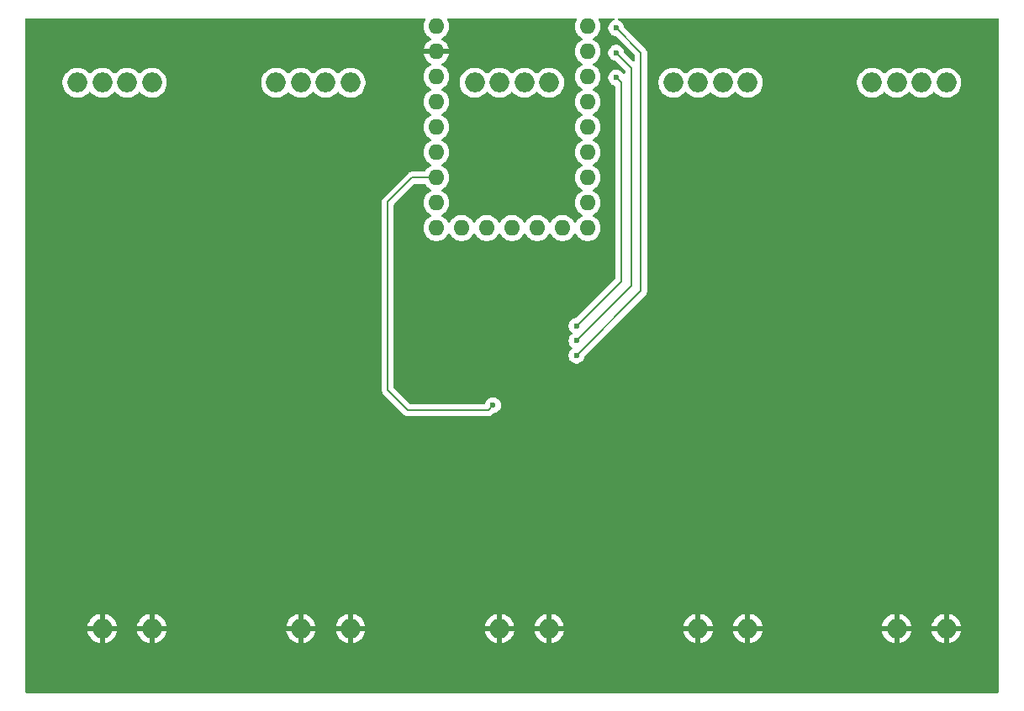
<source format=gbr>
%TF.GenerationSoftware,KiCad,Pcbnew,9.0.7*%
%TF.CreationDate,2026-01-29T16:23:54-06:00*%
%TF.ProjectId,deej,6465656a-2e6b-4696-9361-645f70636258,rev?*%
%TF.SameCoordinates,Original*%
%TF.FileFunction,Copper,L2,Bot*%
%TF.FilePolarity,Positive*%
%FSLAX46Y46*%
G04 Gerber Fmt 4.6, Leading zero omitted, Abs format (unit mm)*
G04 Created by KiCad (PCBNEW 9.0.7) date 2026-01-29 16:23:54*
%MOMM*%
%LPD*%
G01*
G04 APERTURE LIST*
%TA.AperFunction,ComponentPad*%
%ADD10O,2.000000X2.000000*%
%TD*%
%TA.AperFunction,ComponentPad*%
%ADD11O,1.600000X1.600000*%
%TD*%
%TA.AperFunction,ViaPad*%
%ADD12C,0.600000*%
%TD*%
%TA.AperFunction,Conductor*%
%ADD13C,0.200000*%
%TD*%
G04 APERTURE END LIST*
D10*
%TO.P,U2,1,OUT1*%
%TO.N,Net-(U1-Y0)*%
X186249900Y-77500200D03*
%TO.P,U2,2,VCC1*%
%TO.N,VCC*%
X188750100Y-77500200D03*
%TO.P,U2,3,GND1*%
%TO.N,GND*%
X188750100Y-132500100D03*
%TO.P,U2,4,OUT2*%
%TO.N,Net-(U1-Y0)*%
X191249900Y-77500200D03*
%TO.P,U2,5,VCC2*%
%TO.N,VCC*%
X193750100Y-77500200D03*
%TO.P,U2,6,GND2*%
%TO.N,GND*%
X193750100Y-132500100D03*
%TD*%
D11*
%TO.P,U8,1,GP0*%
%TO.N,Net-(U1-S0)*%
X157620000Y-71840000D03*
%TO.P,U8,2,GP1*%
%TO.N,Net-(U1-S1)*%
X157620000Y-74380000D03*
%TO.P,U8,3,GP2*%
%TO.N,Net-(U1-S2)*%
X157620000Y-76920000D03*
%TO.P,U8,4,GP3*%
%TO.N,unconnected-(U8-GP3-Pad4)*%
X157620000Y-79460000D03*
%TO.P,U8,5,GP4*%
%TO.N,unconnected-(U8-GP4-Pad5)*%
X157620000Y-82000000D03*
%TO.P,U8,6,GP5*%
%TO.N,unconnected-(U8-GP5-Pad6)*%
X157620000Y-84540000D03*
%TO.P,U8,7,GP6*%
%TO.N,unconnected-(U8-GP6-Pad7)*%
X157620000Y-87080000D03*
%TO.P,U8,8,GP7*%
%TO.N,unconnected-(U8-GP7-Pad8)*%
X157620000Y-89620000D03*
%TO.P,U8,9,GP8*%
%TO.N,unconnected-(U8-GP8-Pad9)*%
X157620000Y-92160000D03*
%TO.P,U8,10,GP9*%
%TO.N,unconnected-(U8-GP9-Pad10)*%
X155080000Y-92160000D03*
%TO.P,U8,11,GP10*%
%TO.N,unconnected-(U8-GP10-Pad11)*%
X152540000Y-92160000D03*
%TO.P,U8,12,GP11*%
%TO.N,unconnected-(U8-GP11-Pad12)*%
X150000000Y-92160000D03*
%TO.P,U8,13,GP12*%
%TO.N,unconnected-(U8-GP12-Pad13)*%
X147460000Y-92160000D03*
%TO.P,U8,14,GP13*%
%TO.N,unconnected-(U8-GP13-Pad14)*%
X144920000Y-92160000D03*
%TO.P,U8,15,GP14*%
%TO.N,unconnected-(U8-GP14-Pad15)*%
X142380000Y-92160000D03*
%TO.P,U8,16,GP15*%
%TO.N,unconnected-(U8-GP15-Pad16)*%
X142380000Y-89620000D03*
%TO.P,U8,17,GP26*%
%TO.N,Net-(U1-Z)*%
X142380000Y-87080000D03*
%TO.P,U8,18,GP27*%
%TO.N,unconnected-(U8-GP27-Pad18)*%
X142380000Y-84540000D03*
%TO.P,U8,19,GP28*%
%TO.N,unconnected-(U8-GP28-Pad19)*%
X142380000Y-82000000D03*
%TO.P,U8,20,GP29*%
%TO.N,unconnected-(U8-GP29-Pad20)*%
X142380000Y-79460000D03*
%TO.P,U8,21,3V3*%
%TO.N,VCC*%
X142380000Y-76920000D03*
%TO.P,U8,22,GND*%
%TO.N,GND*%
X142380000Y-74380000D03*
%TO.P,U8,23,5V*%
%TO.N,unconnected-(U8-5V-Pad23)*%
X142380000Y-71840000D03*
%TD*%
D10*
%TO.P,U3,1,OUT1*%
%TO.N,Net-(U1-Y1)*%
X166249900Y-77500200D03*
%TO.P,U3,2,VCC1*%
%TO.N,VCC*%
X168750100Y-77500200D03*
%TO.P,U3,3,GND1*%
%TO.N,GND*%
X168750100Y-132500100D03*
%TO.P,U3,4,OUT2*%
%TO.N,Net-(U1-Y1)*%
X171249900Y-77500200D03*
%TO.P,U3,5,VCC2*%
%TO.N,VCC*%
X173750100Y-77500200D03*
%TO.P,U3,6,GND2*%
%TO.N,GND*%
X173750100Y-132500100D03*
%TD*%
%TO.P,U5,1,OUT1*%
%TO.N,Net-(U1-Y3)*%
X126249900Y-77500200D03*
%TO.P,U5,2,VCC1*%
%TO.N,VCC*%
X128750100Y-77500200D03*
%TO.P,U5,3,GND1*%
%TO.N,GND*%
X128750100Y-132500100D03*
%TO.P,U5,4,OUT2*%
%TO.N,Net-(U1-Y3)*%
X131249900Y-77500200D03*
%TO.P,U5,5,VCC2*%
%TO.N,VCC*%
X133750100Y-77500200D03*
%TO.P,U5,6,GND2*%
%TO.N,GND*%
X133750100Y-132500100D03*
%TD*%
%TO.P,U4,1,OUT1*%
%TO.N,Net-(U1-Y2)*%
X146249900Y-77500200D03*
%TO.P,U4,2,VCC1*%
%TO.N,VCC*%
X148750100Y-77500200D03*
%TO.P,U4,3,GND1*%
%TO.N,GND*%
X148750100Y-132500100D03*
%TO.P,U4,4,OUT2*%
%TO.N,Net-(U1-Y2)*%
X151249900Y-77500200D03*
%TO.P,U4,5,VCC2*%
%TO.N,VCC*%
X153750100Y-77500200D03*
%TO.P,U4,6,GND2*%
%TO.N,GND*%
X153750100Y-132500100D03*
%TD*%
%TO.P,U6,1,OUT1*%
%TO.N,Net-(U1-Y4)*%
X106249900Y-77500200D03*
%TO.P,U6,2,VCC1*%
%TO.N,VCC*%
X108750100Y-77500200D03*
%TO.P,U6,3,GND1*%
%TO.N,GND*%
X108750100Y-132500100D03*
%TO.P,U6,4,OUT2*%
%TO.N,Net-(U1-Y4)*%
X111249900Y-77500200D03*
%TO.P,U6,5,VCC2*%
%TO.N,VCC*%
X113750100Y-77500200D03*
%TO.P,U6,6,GND2*%
%TO.N,GND*%
X113750100Y-132500100D03*
%TD*%
D12*
%TO.N,GND*%
X157000000Y-108000000D03*
%TO.N,Net-(U1-S2)*%
X156500000Y-102000000D03*
X160500000Y-77000000D03*
%TO.N,Net-(U1-S0)*%
X160500000Y-72000000D03*
X156500000Y-105000000D03*
%TO.N,Net-(U1-S1)*%
X160500000Y-74500000D03*
X156500000Y-103500000D03*
%TO.N,Net-(U1-Z)*%
X148095000Y-110000000D03*
%TD*%
D13*
%TO.N,GND*%
X142380000Y-74380000D02*
X144620000Y-74380000D01*
X144620000Y-74380000D02*
X145000000Y-74000000D01*
%TO.N,Net-(U1-S2)*%
X161000000Y-77500000D02*
X161000000Y-97500000D01*
X161000000Y-97500000D02*
X156500000Y-102000000D01*
X160500000Y-77000000D02*
X161000000Y-77500000D01*
%TO.N,Net-(U1-S0)*%
X163000000Y-74500000D02*
X163000000Y-84500000D01*
X160500000Y-72000000D02*
X163000000Y-74500000D01*
X163000000Y-98500000D02*
X156500000Y-105000000D01*
X163000000Y-84500000D02*
X163000000Y-98500000D01*
%TO.N,Net-(U1-S1)*%
X162000000Y-98000000D02*
X156500000Y-103500000D01*
X162000000Y-76000000D02*
X162000000Y-81000000D01*
X160500000Y-74500000D02*
X162000000Y-76000000D01*
X162000000Y-81000000D02*
X162000000Y-98000000D01*
%TO.N,Net-(U1-Z)*%
X137500000Y-108500000D02*
X137500000Y-89500000D01*
X148095000Y-110000000D02*
X147595000Y-110500000D01*
X147595000Y-110500000D02*
X139500000Y-110500000D01*
X139920000Y-87080000D02*
X142380000Y-87080000D01*
X137500000Y-89500000D02*
X139920000Y-87080000D01*
X139500000Y-110500000D02*
X137500000Y-108500000D01*
%TD*%
%TA.AperFunction,Conductor*%
%TO.N,GND*%
G36*
X141213106Y-71019685D02*
G01*
X141258861Y-71072489D01*
X141268805Y-71141647D01*
X141256552Y-71180295D01*
X141174781Y-71340776D01*
X141111522Y-71535465D01*
X141079500Y-71737648D01*
X141079500Y-71942351D01*
X141111522Y-72144534D01*
X141174781Y-72339223D01*
X141238691Y-72464653D01*
X141261946Y-72510292D01*
X141267715Y-72521613D01*
X141388028Y-72687213D01*
X141532786Y-72831971D01*
X141687749Y-72944556D01*
X141698390Y-72952287D01*
X141770424Y-72988990D01*
X141791629Y-72999795D01*
X141842425Y-73047770D01*
X141859220Y-73115591D01*
X141836682Y-73181726D01*
X141791629Y-73220765D01*
X141698650Y-73268140D01*
X141533105Y-73388417D01*
X141533104Y-73388417D01*
X141388417Y-73533104D01*
X141388417Y-73533105D01*
X141268140Y-73698650D01*
X141175244Y-73880970D01*
X141112009Y-74075586D01*
X141103391Y-74130000D01*
X141946988Y-74130000D01*
X141914075Y-74187007D01*
X141880000Y-74314174D01*
X141880000Y-74445826D01*
X141914075Y-74572993D01*
X141946988Y-74630000D01*
X141103391Y-74630000D01*
X141112009Y-74684413D01*
X141175244Y-74879029D01*
X141268140Y-75061349D01*
X141388417Y-75226894D01*
X141388417Y-75226895D01*
X141533104Y-75371582D01*
X141698652Y-75491861D01*
X141791628Y-75539234D01*
X141842425Y-75587208D01*
X141859220Y-75655029D01*
X141836683Y-75721164D01*
X141791630Y-75760203D01*
X141698388Y-75807713D01*
X141532786Y-75928028D01*
X141388028Y-76072786D01*
X141267715Y-76238386D01*
X141174781Y-76420776D01*
X141111522Y-76615465D01*
X141079500Y-76817648D01*
X141079500Y-77022351D01*
X141111522Y-77224534D01*
X141174781Y-77419223D01*
X141267715Y-77601613D01*
X141388028Y-77767213D01*
X141532786Y-77911971D01*
X141687749Y-78024556D01*
X141698390Y-78032287D01*
X141784558Y-78076192D01*
X141791080Y-78079515D01*
X141841876Y-78127490D01*
X141858671Y-78195311D01*
X141836134Y-78261446D01*
X141791080Y-78300485D01*
X141698386Y-78347715D01*
X141532786Y-78468028D01*
X141388028Y-78612786D01*
X141267715Y-78778386D01*
X141174781Y-78960776D01*
X141111522Y-79155465D01*
X141079500Y-79357648D01*
X141079500Y-79562351D01*
X141111522Y-79764534D01*
X141174781Y-79959223D01*
X141267715Y-80141613D01*
X141388028Y-80307213D01*
X141532786Y-80451971D01*
X141687749Y-80564556D01*
X141698390Y-80572287D01*
X141789840Y-80618883D01*
X141791080Y-80619515D01*
X141841876Y-80667490D01*
X141858671Y-80735311D01*
X141836134Y-80801446D01*
X141791080Y-80840485D01*
X141698386Y-80887715D01*
X141532786Y-81008028D01*
X141388028Y-81152786D01*
X141267715Y-81318386D01*
X141174781Y-81500776D01*
X141111522Y-81695465D01*
X141079500Y-81897648D01*
X141079500Y-82102351D01*
X141111522Y-82304534D01*
X141174781Y-82499223D01*
X141267715Y-82681613D01*
X141388028Y-82847213D01*
X141532786Y-82991971D01*
X141687749Y-83104556D01*
X141698390Y-83112287D01*
X141789840Y-83158883D01*
X141791080Y-83159515D01*
X141841876Y-83207490D01*
X141858671Y-83275311D01*
X141836134Y-83341446D01*
X141791080Y-83380485D01*
X141698386Y-83427715D01*
X141532786Y-83548028D01*
X141388028Y-83692786D01*
X141267715Y-83858386D01*
X141174781Y-84040776D01*
X141111522Y-84235465D01*
X141079500Y-84437648D01*
X141079500Y-84642351D01*
X141111522Y-84844534D01*
X141174781Y-85039223D01*
X141267715Y-85221613D01*
X141388028Y-85387213D01*
X141532786Y-85531971D01*
X141687749Y-85644556D01*
X141698390Y-85652287D01*
X141789840Y-85698883D01*
X141791080Y-85699515D01*
X141841876Y-85747490D01*
X141858671Y-85815311D01*
X141836134Y-85881446D01*
X141791080Y-85920485D01*
X141698386Y-85967715D01*
X141532786Y-86088028D01*
X141388028Y-86232786D01*
X141267715Y-86398385D01*
X141260883Y-86411795D01*
X141212909Y-86462591D01*
X141150398Y-86479500D01*
X140006669Y-86479500D01*
X140006653Y-86479499D01*
X139999057Y-86479499D01*
X139840943Y-86479499D01*
X139733587Y-86508265D01*
X139688210Y-86520424D01*
X139688209Y-86520425D01*
X139638096Y-86549359D01*
X139638095Y-86549360D01*
X139594689Y-86574420D01*
X139551285Y-86599479D01*
X139551282Y-86599481D01*
X137019481Y-89131282D01*
X137019479Y-89131285D01*
X136969361Y-89218094D01*
X136969359Y-89218096D01*
X136940425Y-89268209D01*
X136940424Y-89268210D01*
X136940423Y-89268215D01*
X136899499Y-89420943D01*
X136899499Y-89420945D01*
X136899499Y-89589046D01*
X136899500Y-89589059D01*
X136899500Y-108413330D01*
X136899499Y-108413348D01*
X136899499Y-108579054D01*
X136899498Y-108579054D01*
X136940423Y-108731785D01*
X136969358Y-108781900D01*
X136969359Y-108781904D01*
X136969360Y-108781904D01*
X137019479Y-108868714D01*
X137019481Y-108868717D01*
X137138349Y-108987585D01*
X137138355Y-108987590D01*
X139015139Y-110864374D01*
X139015149Y-110864385D01*
X139019479Y-110868715D01*
X139019480Y-110868716D01*
X139131284Y-110980520D01*
X139218095Y-111030639D01*
X139218097Y-111030641D01*
X139256151Y-111052611D01*
X139268215Y-111059577D01*
X139420943Y-111100500D01*
X139579057Y-111100500D01*
X147508331Y-111100500D01*
X147508347Y-111100501D01*
X147515943Y-111100501D01*
X147674054Y-111100501D01*
X147674057Y-111100501D01*
X147826785Y-111059577D01*
X147876904Y-111030639D01*
X147963716Y-110980520D01*
X148075520Y-110868716D01*
X148075521Y-110868714D01*
X148109662Y-110834572D01*
X148170983Y-110801089D01*
X148173150Y-110800638D01*
X148231085Y-110789113D01*
X148328497Y-110769737D01*
X148474179Y-110709394D01*
X148605289Y-110621789D01*
X148716789Y-110510289D01*
X148804394Y-110379179D01*
X148864737Y-110233497D01*
X148895500Y-110078842D01*
X148895500Y-109921158D01*
X148895500Y-109921155D01*
X148895499Y-109921153D01*
X148887276Y-109879815D01*
X148864737Y-109766503D01*
X148864735Y-109766498D01*
X148804397Y-109620827D01*
X148804390Y-109620814D01*
X148716789Y-109489711D01*
X148716786Y-109489707D01*
X148605292Y-109378213D01*
X148605288Y-109378210D01*
X148474185Y-109290609D01*
X148474172Y-109290602D01*
X148328501Y-109230264D01*
X148328489Y-109230261D01*
X148173845Y-109199500D01*
X148173842Y-109199500D01*
X148016158Y-109199500D01*
X148016155Y-109199500D01*
X147861510Y-109230261D01*
X147861498Y-109230264D01*
X147715827Y-109290602D01*
X147715814Y-109290609D01*
X147584711Y-109378210D01*
X147584707Y-109378213D01*
X147473213Y-109489707D01*
X147473210Y-109489711D01*
X147385609Y-109620814D01*
X147385602Y-109620827D01*
X147325264Y-109766498D01*
X147325261Y-109766510D01*
X147318661Y-109799691D01*
X147286276Y-109861602D01*
X147225561Y-109896176D01*
X147197044Y-109899500D01*
X139800097Y-109899500D01*
X139733058Y-109879815D01*
X139712416Y-109863181D01*
X138136819Y-108287584D01*
X138103334Y-108226261D01*
X138100500Y-108199903D01*
X138100500Y-89800097D01*
X138120185Y-89733058D01*
X138136819Y-89712416D01*
X140132416Y-87716819D01*
X140193739Y-87683334D01*
X140220097Y-87680500D01*
X141150398Y-87680500D01*
X141217437Y-87700185D01*
X141260883Y-87748205D01*
X141267715Y-87761614D01*
X141388028Y-87927213D01*
X141532786Y-88071971D01*
X141687749Y-88184556D01*
X141698390Y-88192287D01*
X141789840Y-88238883D01*
X141791080Y-88239515D01*
X141841876Y-88287490D01*
X141858671Y-88355311D01*
X141836134Y-88421446D01*
X141791080Y-88460485D01*
X141698386Y-88507715D01*
X141532786Y-88628028D01*
X141388028Y-88772786D01*
X141267715Y-88938386D01*
X141174781Y-89120776D01*
X141111522Y-89315465D01*
X141079500Y-89517648D01*
X141079500Y-89722351D01*
X141111522Y-89924534D01*
X141174781Y-90119223D01*
X141267715Y-90301613D01*
X141388028Y-90467213D01*
X141532786Y-90611971D01*
X141687749Y-90724556D01*
X141698390Y-90732287D01*
X141789840Y-90778883D01*
X141791080Y-90779515D01*
X141841876Y-90827490D01*
X141858671Y-90895311D01*
X141836134Y-90961446D01*
X141791080Y-91000485D01*
X141698386Y-91047715D01*
X141532786Y-91168028D01*
X141388028Y-91312786D01*
X141267715Y-91478386D01*
X141174781Y-91660776D01*
X141111522Y-91855465D01*
X141079500Y-92057648D01*
X141079500Y-92262351D01*
X141111522Y-92464534D01*
X141174781Y-92659223D01*
X141267715Y-92841613D01*
X141388028Y-93007213D01*
X141532786Y-93151971D01*
X141687749Y-93264556D01*
X141698390Y-93272287D01*
X141814607Y-93331503D01*
X141880776Y-93365218D01*
X141880778Y-93365218D01*
X141880781Y-93365220D01*
X141985137Y-93399127D01*
X142075465Y-93428477D01*
X142176557Y-93444488D01*
X142277648Y-93460500D01*
X142277649Y-93460500D01*
X142482351Y-93460500D01*
X142482352Y-93460500D01*
X142684534Y-93428477D01*
X142879219Y-93365220D01*
X143061610Y-93272287D01*
X143154590Y-93204732D01*
X143227213Y-93151971D01*
X143227215Y-93151968D01*
X143227219Y-93151966D01*
X143371966Y-93007219D01*
X143371968Y-93007215D01*
X143371971Y-93007213D01*
X143492284Y-92841614D01*
X143492285Y-92841613D01*
X143492287Y-92841610D01*
X143539516Y-92748917D01*
X143587489Y-92698123D01*
X143655310Y-92681328D01*
X143721445Y-92703865D01*
X143760485Y-92748919D01*
X143807715Y-92841614D01*
X143928028Y-93007213D01*
X144072786Y-93151971D01*
X144227749Y-93264556D01*
X144238390Y-93272287D01*
X144354607Y-93331503D01*
X144420776Y-93365218D01*
X144420778Y-93365218D01*
X144420781Y-93365220D01*
X144525137Y-93399127D01*
X144615465Y-93428477D01*
X144716557Y-93444488D01*
X144817648Y-93460500D01*
X144817649Y-93460500D01*
X145022351Y-93460500D01*
X145022352Y-93460500D01*
X145224534Y-93428477D01*
X145419219Y-93365220D01*
X145601610Y-93272287D01*
X145694590Y-93204732D01*
X145767213Y-93151971D01*
X145767215Y-93151968D01*
X145767219Y-93151966D01*
X145911966Y-93007219D01*
X145911968Y-93007215D01*
X145911971Y-93007213D01*
X146032284Y-92841614D01*
X146032285Y-92841613D01*
X146032287Y-92841610D01*
X146079516Y-92748917D01*
X146127489Y-92698123D01*
X146195310Y-92681328D01*
X146261445Y-92703865D01*
X146300485Y-92748919D01*
X146347715Y-92841614D01*
X146468028Y-93007213D01*
X146612786Y-93151971D01*
X146767749Y-93264556D01*
X146778390Y-93272287D01*
X146894607Y-93331503D01*
X146960776Y-93365218D01*
X146960778Y-93365218D01*
X146960781Y-93365220D01*
X147065137Y-93399127D01*
X147155465Y-93428477D01*
X147256557Y-93444488D01*
X147357648Y-93460500D01*
X147357649Y-93460500D01*
X147562351Y-93460500D01*
X147562352Y-93460500D01*
X147764534Y-93428477D01*
X147959219Y-93365220D01*
X148141610Y-93272287D01*
X148234590Y-93204732D01*
X148307213Y-93151971D01*
X148307215Y-93151968D01*
X148307219Y-93151966D01*
X148451966Y-93007219D01*
X148451968Y-93007215D01*
X148451971Y-93007213D01*
X148572284Y-92841614D01*
X148572285Y-92841613D01*
X148572287Y-92841610D01*
X148619516Y-92748917D01*
X148667489Y-92698123D01*
X148735310Y-92681328D01*
X148801445Y-92703865D01*
X148840485Y-92748919D01*
X148887715Y-92841614D01*
X149008028Y-93007213D01*
X149152786Y-93151971D01*
X149307749Y-93264556D01*
X149318390Y-93272287D01*
X149434607Y-93331503D01*
X149500776Y-93365218D01*
X149500778Y-93365218D01*
X149500781Y-93365220D01*
X149605137Y-93399127D01*
X149695465Y-93428477D01*
X149796557Y-93444488D01*
X149897648Y-93460500D01*
X149897649Y-93460500D01*
X150102351Y-93460500D01*
X150102352Y-93460500D01*
X150304534Y-93428477D01*
X150499219Y-93365220D01*
X150681610Y-93272287D01*
X150774590Y-93204732D01*
X150847213Y-93151971D01*
X150847215Y-93151968D01*
X150847219Y-93151966D01*
X150991966Y-93007219D01*
X150991968Y-93007215D01*
X150991971Y-93007213D01*
X151112284Y-92841614D01*
X151112285Y-92841613D01*
X151112287Y-92841610D01*
X151159516Y-92748917D01*
X151207489Y-92698123D01*
X151275310Y-92681328D01*
X151341445Y-92703865D01*
X151380485Y-92748919D01*
X151427715Y-92841614D01*
X151548028Y-93007213D01*
X151692786Y-93151971D01*
X151847749Y-93264556D01*
X151858390Y-93272287D01*
X151974607Y-93331503D01*
X152040776Y-93365218D01*
X152040778Y-93365218D01*
X152040781Y-93365220D01*
X152145137Y-93399127D01*
X152235465Y-93428477D01*
X152336557Y-93444488D01*
X152437648Y-93460500D01*
X152437649Y-93460500D01*
X152642351Y-93460500D01*
X152642352Y-93460500D01*
X152844534Y-93428477D01*
X153039219Y-93365220D01*
X153221610Y-93272287D01*
X153314590Y-93204732D01*
X153387213Y-93151971D01*
X153387215Y-93151968D01*
X153387219Y-93151966D01*
X153531966Y-93007219D01*
X153531968Y-93007215D01*
X153531971Y-93007213D01*
X153652284Y-92841614D01*
X153652285Y-92841613D01*
X153652287Y-92841610D01*
X153699516Y-92748917D01*
X153747489Y-92698123D01*
X153815310Y-92681328D01*
X153881445Y-92703865D01*
X153920485Y-92748919D01*
X153967715Y-92841614D01*
X154088028Y-93007213D01*
X154232786Y-93151971D01*
X154387749Y-93264556D01*
X154398390Y-93272287D01*
X154514607Y-93331503D01*
X154580776Y-93365218D01*
X154580778Y-93365218D01*
X154580781Y-93365220D01*
X154685137Y-93399127D01*
X154775465Y-93428477D01*
X154876557Y-93444488D01*
X154977648Y-93460500D01*
X154977649Y-93460500D01*
X155182351Y-93460500D01*
X155182352Y-93460500D01*
X155384534Y-93428477D01*
X155579219Y-93365220D01*
X155761610Y-93272287D01*
X155854590Y-93204732D01*
X155927213Y-93151971D01*
X155927215Y-93151968D01*
X155927219Y-93151966D01*
X156071966Y-93007219D01*
X156071968Y-93007215D01*
X156071971Y-93007213D01*
X156192284Y-92841614D01*
X156192285Y-92841613D01*
X156192287Y-92841610D01*
X156239516Y-92748917D01*
X156287489Y-92698123D01*
X156355310Y-92681328D01*
X156421445Y-92703865D01*
X156460485Y-92748919D01*
X156507715Y-92841614D01*
X156628028Y-93007213D01*
X156772786Y-93151971D01*
X156927749Y-93264556D01*
X156938390Y-93272287D01*
X157054607Y-93331503D01*
X157120776Y-93365218D01*
X157120778Y-93365218D01*
X157120781Y-93365220D01*
X157225137Y-93399127D01*
X157315465Y-93428477D01*
X157416557Y-93444488D01*
X157517648Y-93460500D01*
X157517649Y-93460500D01*
X157722351Y-93460500D01*
X157722352Y-93460500D01*
X157924534Y-93428477D01*
X158119219Y-93365220D01*
X158301610Y-93272287D01*
X158394590Y-93204732D01*
X158467213Y-93151971D01*
X158467215Y-93151968D01*
X158467219Y-93151966D01*
X158611966Y-93007219D01*
X158611968Y-93007215D01*
X158611971Y-93007213D01*
X158664732Y-92934590D01*
X158732287Y-92841610D01*
X158825220Y-92659219D01*
X158888477Y-92464534D01*
X158920500Y-92262352D01*
X158920500Y-92057648D01*
X158888477Y-91855466D01*
X158825220Y-91660781D01*
X158825218Y-91660778D01*
X158825218Y-91660776D01*
X158779515Y-91571080D01*
X158732287Y-91478390D01*
X158724556Y-91467749D01*
X158611971Y-91312786D01*
X158467213Y-91168028D01*
X158301614Y-91047715D01*
X158295006Y-91044348D01*
X158208917Y-91000483D01*
X158158123Y-90952511D01*
X158141328Y-90884690D01*
X158163865Y-90818555D01*
X158208917Y-90779516D01*
X158301610Y-90732287D01*
X158322770Y-90716913D01*
X158467213Y-90611971D01*
X158467215Y-90611968D01*
X158467219Y-90611966D01*
X158611966Y-90467219D01*
X158611968Y-90467215D01*
X158611971Y-90467213D01*
X158664732Y-90394590D01*
X158732287Y-90301610D01*
X158825220Y-90119219D01*
X158888477Y-89924534D01*
X158920500Y-89722352D01*
X158920500Y-89517648D01*
X158888477Y-89315466D01*
X158825220Y-89120781D01*
X158825218Y-89120778D01*
X158825218Y-89120776D01*
X158773603Y-89019478D01*
X158732287Y-88938390D01*
X158724556Y-88927749D01*
X158611971Y-88772786D01*
X158467213Y-88628028D01*
X158301614Y-88507715D01*
X158295006Y-88504348D01*
X158208917Y-88460483D01*
X158158123Y-88412511D01*
X158141328Y-88344690D01*
X158163865Y-88278555D01*
X158208917Y-88239516D01*
X158301610Y-88192287D01*
X158322770Y-88176913D01*
X158467213Y-88071971D01*
X158467215Y-88071968D01*
X158467219Y-88071966D01*
X158611966Y-87927219D01*
X158611968Y-87927215D01*
X158611971Y-87927213D01*
X158664732Y-87854590D01*
X158732287Y-87761610D01*
X158825220Y-87579219D01*
X158888477Y-87384534D01*
X158920500Y-87182352D01*
X158920500Y-86977648D01*
X158888477Y-86775466D01*
X158825220Y-86580781D01*
X158825218Y-86580778D01*
X158825218Y-86580776D01*
X158791503Y-86514607D01*
X158732287Y-86398390D01*
X158724556Y-86387749D01*
X158611971Y-86232786D01*
X158467213Y-86088028D01*
X158301614Y-85967715D01*
X158295006Y-85964348D01*
X158208917Y-85920483D01*
X158158123Y-85872511D01*
X158141328Y-85804690D01*
X158163865Y-85738555D01*
X158208917Y-85699516D01*
X158301610Y-85652287D01*
X158322770Y-85636913D01*
X158467213Y-85531971D01*
X158467215Y-85531968D01*
X158467219Y-85531966D01*
X158611966Y-85387219D01*
X158611968Y-85387215D01*
X158611971Y-85387213D01*
X158664732Y-85314590D01*
X158732287Y-85221610D01*
X158825220Y-85039219D01*
X158888477Y-84844534D01*
X158920500Y-84642352D01*
X158920500Y-84437648D01*
X158888477Y-84235466D01*
X158825220Y-84040781D01*
X158825218Y-84040778D01*
X158825218Y-84040776D01*
X158791503Y-83974607D01*
X158732287Y-83858390D01*
X158724556Y-83847749D01*
X158611971Y-83692786D01*
X158467213Y-83548028D01*
X158301614Y-83427715D01*
X158295006Y-83424348D01*
X158208917Y-83380483D01*
X158158123Y-83332511D01*
X158141328Y-83264690D01*
X158163865Y-83198555D01*
X158208917Y-83159516D01*
X158301610Y-83112287D01*
X158322770Y-83096913D01*
X158467213Y-82991971D01*
X158467215Y-82991968D01*
X158467219Y-82991966D01*
X158611966Y-82847219D01*
X158611968Y-82847215D01*
X158611971Y-82847213D01*
X158664732Y-82774590D01*
X158732287Y-82681610D01*
X158825220Y-82499219D01*
X158888477Y-82304534D01*
X158920500Y-82102352D01*
X158920500Y-81897648D01*
X158888477Y-81695466D01*
X158825220Y-81500781D01*
X158825218Y-81500778D01*
X158825218Y-81500776D01*
X158791503Y-81434607D01*
X158732287Y-81318390D01*
X158724556Y-81307749D01*
X158611971Y-81152786D01*
X158467213Y-81008028D01*
X158301614Y-80887715D01*
X158295006Y-80884348D01*
X158208917Y-80840483D01*
X158158123Y-80792511D01*
X158141328Y-80724690D01*
X158163865Y-80658555D01*
X158208917Y-80619516D01*
X158301610Y-80572287D01*
X158322770Y-80556913D01*
X158467213Y-80451971D01*
X158467215Y-80451968D01*
X158467219Y-80451966D01*
X158611966Y-80307219D01*
X158611968Y-80307215D01*
X158611971Y-80307213D01*
X158664732Y-80234590D01*
X158732287Y-80141610D01*
X158825220Y-79959219D01*
X158888477Y-79764534D01*
X158920500Y-79562352D01*
X158920500Y-79357648D01*
X158888477Y-79155466D01*
X158825220Y-78960781D01*
X158825218Y-78960778D01*
X158825218Y-78960776D01*
X158789547Y-78890768D01*
X158732287Y-78778390D01*
X158724556Y-78767749D01*
X158611971Y-78612786D01*
X158467213Y-78468028D01*
X158301614Y-78347715D01*
X158295006Y-78344348D01*
X158208917Y-78300483D01*
X158158123Y-78252511D01*
X158141328Y-78184690D01*
X158163865Y-78118555D01*
X158208917Y-78079516D01*
X158301610Y-78032287D01*
X158322770Y-78016913D01*
X158467213Y-77911971D01*
X158467215Y-77911968D01*
X158467219Y-77911966D01*
X158611966Y-77767219D01*
X158611968Y-77767215D01*
X158611971Y-77767213D01*
X158720163Y-77618297D01*
X158732287Y-77601610D01*
X158825220Y-77419219D01*
X158888477Y-77224534D01*
X158920500Y-77022352D01*
X158920500Y-76817648D01*
X158904047Y-76713767D01*
X158888477Y-76615465D01*
X158825218Y-76420776D01*
X158763728Y-76300097D01*
X158732287Y-76238390D01*
X158724556Y-76227749D01*
X158611971Y-76072786D01*
X158467213Y-75928028D01*
X158301614Y-75807715D01*
X158295006Y-75804348D01*
X158208917Y-75760483D01*
X158158123Y-75712511D01*
X158141328Y-75644690D01*
X158163865Y-75578555D01*
X158208917Y-75539516D01*
X158301610Y-75492287D01*
X158464914Y-75373641D01*
X158467213Y-75371971D01*
X158467215Y-75371968D01*
X158467219Y-75371966D01*
X158611966Y-75227219D01*
X158611968Y-75227215D01*
X158611971Y-75227213D01*
X158664732Y-75154590D01*
X158732287Y-75061610D01*
X158825220Y-74879219D01*
X158888477Y-74684534D01*
X158920500Y-74482352D01*
X158920500Y-74277648D01*
X158897318Y-74131284D01*
X158888477Y-74075465D01*
X158825218Y-73880776D01*
X158779271Y-73790602D01*
X158732287Y-73698390D01*
X158724556Y-73687749D01*
X158611971Y-73532786D01*
X158467213Y-73388028D01*
X158301614Y-73267715D01*
X158295006Y-73264348D01*
X158208917Y-73220483D01*
X158158123Y-73172511D01*
X158141328Y-73104690D01*
X158163865Y-73038555D01*
X158208917Y-72999516D01*
X158301610Y-72952287D01*
X158322770Y-72936913D01*
X158467213Y-72831971D01*
X158467215Y-72831968D01*
X158467219Y-72831966D01*
X158611966Y-72687219D01*
X158611968Y-72687215D01*
X158611971Y-72687213D01*
X158664732Y-72614590D01*
X158732287Y-72521610D01*
X158825220Y-72339219D01*
X158888477Y-72144534D01*
X158920500Y-71942352D01*
X158920500Y-71737648D01*
X158888477Y-71535466D01*
X158825220Y-71340781D01*
X158825218Y-71340778D01*
X158825218Y-71340776D01*
X158743448Y-71180295D01*
X158730552Y-71111626D01*
X158756828Y-71046885D01*
X158813935Y-71006628D01*
X158853933Y-71000000D01*
X160199017Y-71000000D01*
X160266056Y-71019685D01*
X160311811Y-71072489D01*
X160321755Y-71141647D01*
X160292730Y-71205203D01*
X160246469Y-71238561D01*
X160120827Y-71290602D01*
X160120814Y-71290609D01*
X159989711Y-71378210D01*
X159989707Y-71378213D01*
X159878213Y-71489707D01*
X159878210Y-71489711D01*
X159790609Y-71620814D01*
X159790602Y-71620827D01*
X159730264Y-71766498D01*
X159730261Y-71766510D01*
X159699500Y-71921153D01*
X159699500Y-72078846D01*
X159730261Y-72233489D01*
X159730264Y-72233501D01*
X159790602Y-72379172D01*
X159790609Y-72379185D01*
X159878210Y-72510288D01*
X159878213Y-72510292D01*
X159989707Y-72621786D01*
X159989711Y-72621789D01*
X160120814Y-72709390D01*
X160120827Y-72709397D01*
X160266498Y-72769735D01*
X160266503Y-72769737D01*
X160331147Y-72782595D01*
X160421849Y-72800638D01*
X160483760Y-72833023D01*
X160485339Y-72834574D01*
X162363181Y-74712416D01*
X162396666Y-74773739D01*
X162399500Y-74800097D01*
X162399500Y-75250903D01*
X162379815Y-75317942D01*
X162327011Y-75363697D01*
X162257853Y-75373641D01*
X162194297Y-75344616D01*
X162187819Y-75338584D01*
X161334574Y-74485339D01*
X161301089Y-74424016D01*
X161300638Y-74421849D01*
X161271954Y-74277648D01*
X161269737Y-74266503D01*
X161236809Y-74187007D01*
X161209397Y-74120827D01*
X161209390Y-74120814D01*
X161121789Y-73989711D01*
X161121786Y-73989707D01*
X161010292Y-73878213D01*
X161010288Y-73878210D01*
X160879185Y-73790609D01*
X160879172Y-73790602D01*
X160733501Y-73730264D01*
X160733489Y-73730261D01*
X160578845Y-73699500D01*
X160578842Y-73699500D01*
X160421158Y-73699500D01*
X160421155Y-73699500D01*
X160266510Y-73730261D01*
X160266498Y-73730264D01*
X160120827Y-73790602D01*
X160120814Y-73790609D01*
X159989711Y-73878210D01*
X159989707Y-73878213D01*
X159878213Y-73989707D01*
X159878210Y-73989711D01*
X159790609Y-74120814D01*
X159790602Y-74120827D01*
X159730264Y-74266498D01*
X159730261Y-74266510D01*
X159699500Y-74421153D01*
X159699500Y-74578846D01*
X159730261Y-74733489D01*
X159730264Y-74733501D01*
X159790602Y-74879172D01*
X159790609Y-74879185D01*
X159878210Y-75010288D01*
X159878213Y-75010292D01*
X159989707Y-75121786D01*
X159989711Y-75121789D01*
X160120814Y-75209390D01*
X160120827Y-75209397D01*
X160221033Y-75250903D01*
X160266503Y-75269737D01*
X160331147Y-75282595D01*
X160421849Y-75300638D01*
X160483760Y-75333023D01*
X160485339Y-75334574D01*
X161363181Y-76212416D01*
X161396666Y-76273739D01*
X161399500Y-76300097D01*
X161399500Y-76496560D01*
X161379815Y-76563599D01*
X161327011Y-76609354D01*
X161257853Y-76619298D01*
X161194297Y-76590273D01*
X161172398Y-76565451D01*
X161121789Y-76489711D01*
X161121786Y-76489707D01*
X161010292Y-76378213D01*
X161010288Y-76378210D01*
X160879185Y-76290609D01*
X160879172Y-76290602D01*
X160733501Y-76230264D01*
X160733489Y-76230261D01*
X160578845Y-76199500D01*
X160578842Y-76199500D01*
X160421158Y-76199500D01*
X160421155Y-76199500D01*
X160266510Y-76230261D01*
X160266498Y-76230264D01*
X160120827Y-76290602D01*
X160120814Y-76290609D01*
X159989711Y-76378210D01*
X159989707Y-76378213D01*
X159878213Y-76489707D01*
X159878210Y-76489711D01*
X159790609Y-76620814D01*
X159790602Y-76620827D01*
X159730264Y-76766498D01*
X159730261Y-76766510D01*
X159699500Y-76921153D01*
X159699500Y-77078846D01*
X159730261Y-77233489D01*
X159730264Y-77233501D01*
X159790602Y-77379172D01*
X159790609Y-77379185D01*
X159878210Y-77510288D01*
X159878213Y-77510292D01*
X159989707Y-77621786D01*
X159989711Y-77621789D01*
X160120814Y-77709390D01*
X160120827Y-77709397D01*
X160208230Y-77745599D01*
X160266503Y-77769737D01*
X160299691Y-77776338D01*
X160361600Y-77808721D01*
X160396176Y-77869436D01*
X160399500Y-77897955D01*
X160399500Y-97199903D01*
X160379815Y-97266942D01*
X160363181Y-97287584D01*
X156485339Y-101165425D01*
X156424016Y-101198910D01*
X156421850Y-101199361D01*
X156266508Y-101230261D01*
X156266498Y-101230264D01*
X156120827Y-101290602D01*
X156120814Y-101290609D01*
X155989711Y-101378210D01*
X155989707Y-101378213D01*
X155878213Y-101489707D01*
X155878210Y-101489711D01*
X155790609Y-101620814D01*
X155790602Y-101620827D01*
X155730264Y-101766498D01*
X155730261Y-101766510D01*
X155699500Y-101921153D01*
X155699500Y-102078846D01*
X155730261Y-102233489D01*
X155730264Y-102233501D01*
X155790602Y-102379172D01*
X155790609Y-102379185D01*
X155878210Y-102510288D01*
X155878213Y-102510292D01*
X155989707Y-102621786D01*
X156027289Y-102646898D01*
X156072093Y-102700511D01*
X156080800Y-102769836D01*
X156050645Y-102832863D01*
X156027289Y-102853102D01*
X155989707Y-102878213D01*
X155878213Y-102989707D01*
X155878210Y-102989711D01*
X155790609Y-103120814D01*
X155790602Y-103120827D01*
X155730264Y-103266498D01*
X155730261Y-103266510D01*
X155699500Y-103421153D01*
X155699500Y-103578846D01*
X155730261Y-103733489D01*
X155730264Y-103733501D01*
X155790602Y-103879172D01*
X155790609Y-103879185D01*
X155878210Y-104010288D01*
X155878213Y-104010292D01*
X155989707Y-104121786D01*
X156027289Y-104146898D01*
X156072093Y-104200511D01*
X156080800Y-104269836D01*
X156050645Y-104332863D01*
X156027289Y-104353102D01*
X155989707Y-104378213D01*
X155878213Y-104489707D01*
X155878210Y-104489711D01*
X155790609Y-104620814D01*
X155790602Y-104620827D01*
X155730264Y-104766498D01*
X155730261Y-104766510D01*
X155699500Y-104921153D01*
X155699500Y-105078846D01*
X155730261Y-105233489D01*
X155730264Y-105233501D01*
X155790602Y-105379172D01*
X155790609Y-105379185D01*
X155878210Y-105510288D01*
X155878213Y-105510292D01*
X155989707Y-105621786D01*
X155989711Y-105621789D01*
X156120814Y-105709390D01*
X156120827Y-105709397D01*
X156266498Y-105769735D01*
X156266503Y-105769737D01*
X156421153Y-105800499D01*
X156421156Y-105800500D01*
X156421158Y-105800500D01*
X156578844Y-105800500D01*
X156578845Y-105800499D01*
X156733497Y-105769737D01*
X156879179Y-105709394D01*
X157010289Y-105621789D01*
X157121789Y-105510289D01*
X157209394Y-105379179D01*
X157269737Y-105233497D01*
X157289113Y-105136085D01*
X157300638Y-105078150D01*
X157333023Y-105016239D01*
X157334518Y-105014716D01*
X163368713Y-98980521D01*
X163368716Y-98980520D01*
X163480520Y-98868716D01*
X163530639Y-98781904D01*
X163559577Y-98731785D01*
X163600500Y-98579057D01*
X163600500Y-98420943D01*
X163600500Y-84420943D01*
X163600500Y-77382102D01*
X164749400Y-77382102D01*
X164749400Y-77618297D01*
X164786346Y-77851568D01*
X164859333Y-78076196D01*
X164966557Y-78286633D01*
X165105383Y-78477710D01*
X165272390Y-78644717D01*
X165463467Y-78783543D01*
X165562891Y-78834202D01*
X165673903Y-78890766D01*
X165673905Y-78890766D01*
X165673908Y-78890768D01*
X165794312Y-78929889D01*
X165898531Y-78963753D01*
X166131803Y-79000700D01*
X166131808Y-79000700D01*
X166367997Y-79000700D01*
X166601268Y-78963753D01*
X166610430Y-78960776D01*
X166825892Y-78890768D01*
X167036333Y-78783543D01*
X167227410Y-78644717D01*
X167394417Y-78477710D01*
X167395019Y-78476881D01*
X167399680Y-78470467D01*
X167455008Y-78427799D01*
X167524621Y-78421818D01*
X167586417Y-78454422D01*
X167600320Y-78470467D01*
X167605577Y-78477703D01*
X167605581Y-78477708D01*
X167605583Y-78477710D01*
X167772590Y-78644717D01*
X167963667Y-78783543D01*
X168063091Y-78834202D01*
X168174103Y-78890766D01*
X168174105Y-78890766D01*
X168174108Y-78890768D01*
X168294512Y-78929889D01*
X168398731Y-78963753D01*
X168632003Y-79000700D01*
X168632008Y-79000700D01*
X168868197Y-79000700D01*
X169101468Y-78963753D01*
X169110630Y-78960776D01*
X169326092Y-78890768D01*
X169536533Y-78783543D01*
X169727610Y-78644717D01*
X169894617Y-78477710D01*
X169899680Y-78470740D01*
X169955008Y-78428073D01*
X170024622Y-78422092D01*
X170086418Y-78454696D01*
X170100318Y-78470738D01*
X170105383Y-78477710D01*
X170272390Y-78644717D01*
X170463467Y-78783543D01*
X170562891Y-78834202D01*
X170673903Y-78890766D01*
X170673905Y-78890766D01*
X170673908Y-78890768D01*
X170794312Y-78929889D01*
X170898531Y-78963753D01*
X171131803Y-79000700D01*
X171131808Y-79000700D01*
X171367997Y-79000700D01*
X171601268Y-78963753D01*
X171610430Y-78960776D01*
X171825892Y-78890768D01*
X172036333Y-78783543D01*
X172227410Y-78644717D01*
X172394417Y-78477710D01*
X172395019Y-78476881D01*
X172399680Y-78470467D01*
X172455008Y-78427799D01*
X172524621Y-78421818D01*
X172586417Y-78454422D01*
X172600320Y-78470467D01*
X172605577Y-78477703D01*
X172605581Y-78477708D01*
X172605583Y-78477710D01*
X172772590Y-78644717D01*
X172963667Y-78783543D01*
X173063091Y-78834202D01*
X173174103Y-78890766D01*
X173174105Y-78890766D01*
X173174108Y-78890768D01*
X173294512Y-78929889D01*
X173398731Y-78963753D01*
X173632003Y-79000700D01*
X173632008Y-79000700D01*
X173868197Y-79000700D01*
X174101468Y-78963753D01*
X174110630Y-78960776D01*
X174326092Y-78890768D01*
X174536533Y-78783543D01*
X174727610Y-78644717D01*
X174894617Y-78477710D01*
X175033443Y-78286633D01*
X175140668Y-78076192D01*
X175213653Y-77851568D01*
X175222424Y-77796191D01*
X175250600Y-77618297D01*
X175250600Y-77382102D01*
X184749400Y-77382102D01*
X184749400Y-77618297D01*
X184786346Y-77851568D01*
X184859333Y-78076196D01*
X184966557Y-78286633D01*
X185105383Y-78477710D01*
X185272390Y-78644717D01*
X185463467Y-78783543D01*
X185562891Y-78834202D01*
X185673903Y-78890766D01*
X185673905Y-78890766D01*
X185673908Y-78890768D01*
X185794312Y-78929889D01*
X185898531Y-78963753D01*
X186131803Y-79000700D01*
X186131808Y-79000700D01*
X186367997Y-79000700D01*
X186601268Y-78963753D01*
X186610430Y-78960776D01*
X186825892Y-78890768D01*
X187036333Y-78783543D01*
X187227410Y-78644717D01*
X187394417Y-78477710D01*
X187395019Y-78476881D01*
X187399680Y-78470467D01*
X187455008Y-78427799D01*
X187524621Y-78421818D01*
X187586417Y-78454422D01*
X187600320Y-78470467D01*
X187605577Y-78477703D01*
X187605581Y-78477708D01*
X187605583Y-78477710D01*
X187772590Y-78644717D01*
X187963667Y-78783543D01*
X188063091Y-78834202D01*
X188174103Y-78890766D01*
X188174105Y-78890766D01*
X188174108Y-78890768D01*
X188294512Y-78929889D01*
X188398731Y-78963753D01*
X188632003Y-79000700D01*
X188632008Y-79000700D01*
X188868197Y-79000700D01*
X189101468Y-78963753D01*
X189110630Y-78960776D01*
X189326092Y-78890768D01*
X189536533Y-78783543D01*
X189727610Y-78644717D01*
X189894617Y-78477710D01*
X189899680Y-78470740D01*
X189955008Y-78428073D01*
X190024622Y-78422092D01*
X190086418Y-78454696D01*
X190100318Y-78470738D01*
X190105383Y-78477710D01*
X190272390Y-78644717D01*
X190463467Y-78783543D01*
X190562891Y-78834202D01*
X190673903Y-78890766D01*
X190673905Y-78890766D01*
X190673908Y-78890768D01*
X190794312Y-78929889D01*
X190898531Y-78963753D01*
X191131803Y-79000700D01*
X191131808Y-79000700D01*
X191367997Y-79000700D01*
X191601268Y-78963753D01*
X191610430Y-78960776D01*
X191825892Y-78890768D01*
X192036333Y-78783543D01*
X192227410Y-78644717D01*
X192394417Y-78477710D01*
X192395019Y-78476881D01*
X192399680Y-78470467D01*
X192455008Y-78427799D01*
X192524621Y-78421818D01*
X192586417Y-78454422D01*
X192600320Y-78470467D01*
X192605577Y-78477703D01*
X192605581Y-78477708D01*
X192605583Y-78477710D01*
X192772590Y-78644717D01*
X192963667Y-78783543D01*
X193063091Y-78834202D01*
X193174103Y-78890766D01*
X193174105Y-78890766D01*
X193174108Y-78890768D01*
X193294512Y-78929889D01*
X193398731Y-78963753D01*
X193632003Y-79000700D01*
X193632008Y-79000700D01*
X193868197Y-79000700D01*
X194101468Y-78963753D01*
X194110630Y-78960776D01*
X194326092Y-78890768D01*
X194536533Y-78783543D01*
X194727610Y-78644717D01*
X194894617Y-78477710D01*
X195033443Y-78286633D01*
X195140668Y-78076192D01*
X195213653Y-77851568D01*
X195222424Y-77796191D01*
X195250600Y-77618297D01*
X195250600Y-77382102D01*
X195213653Y-77148831D01*
X195140666Y-76924203D01*
X195033442Y-76713766D01*
X194894617Y-76522690D01*
X194727610Y-76355683D01*
X194536533Y-76216857D01*
X194502468Y-76199500D01*
X194326096Y-76109633D01*
X194101468Y-76036646D01*
X193868197Y-75999700D01*
X193868192Y-75999700D01*
X193632008Y-75999700D01*
X193632003Y-75999700D01*
X193398731Y-76036646D01*
X193174103Y-76109633D01*
X192963666Y-76216857D01*
X192862156Y-76290609D01*
X192772590Y-76355683D01*
X192772588Y-76355685D01*
X192772587Y-76355685D01*
X192605585Y-76522687D01*
X192605580Y-76522693D01*
X192600316Y-76529939D01*
X192544985Y-76572603D01*
X192475372Y-76578581D01*
X192413577Y-76545973D01*
X192399684Y-76529939D01*
X192394419Y-76522693D01*
X192394414Y-76522687D01*
X192227412Y-76355685D01*
X192227410Y-76355683D01*
X192036333Y-76216857D01*
X192002268Y-76199500D01*
X191825896Y-76109633D01*
X191601268Y-76036646D01*
X191367997Y-75999700D01*
X191367992Y-75999700D01*
X191131808Y-75999700D01*
X191131803Y-75999700D01*
X190898531Y-76036646D01*
X190673903Y-76109633D01*
X190463466Y-76216857D01*
X190361956Y-76290609D01*
X190272390Y-76355683D01*
X190272388Y-76355685D01*
X190272387Y-76355685D01*
X190105382Y-76522690D01*
X190100317Y-76529663D01*
X190044986Y-76572328D01*
X189975373Y-76578306D01*
X189913578Y-76545699D01*
X189899683Y-76529663D01*
X189894617Y-76522690D01*
X189727612Y-76355685D01*
X189727610Y-76355683D01*
X189536533Y-76216857D01*
X189502468Y-76199500D01*
X189326096Y-76109633D01*
X189101468Y-76036646D01*
X188868197Y-75999700D01*
X188868192Y-75999700D01*
X188632008Y-75999700D01*
X188632003Y-75999700D01*
X188398731Y-76036646D01*
X188174103Y-76109633D01*
X187963666Y-76216857D01*
X187862156Y-76290609D01*
X187772590Y-76355683D01*
X187772588Y-76355685D01*
X187772587Y-76355685D01*
X187605585Y-76522687D01*
X187605580Y-76522693D01*
X187600316Y-76529939D01*
X187544985Y-76572603D01*
X187475372Y-76578581D01*
X187413577Y-76545973D01*
X187399684Y-76529939D01*
X187394419Y-76522693D01*
X187394414Y-76522687D01*
X187227412Y-76355685D01*
X187227410Y-76355683D01*
X187036333Y-76216857D01*
X187002268Y-76199500D01*
X186825896Y-76109633D01*
X186601268Y-76036646D01*
X186367997Y-75999700D01*
X186367992Y-75999700D01*
X186131808Y-75999700D01*
X186131803Y-75999700D01*
X185898531Y-76036646D01*
X185673903Y-76109633D01*
X185463466Y-76216857D01*
X185361956Y-76290609D01*
X185272390Y-76355683D01*
X185272388Y-76355685D01*
X185272387Y-76355685D01*
X185105385Y-76522687D01*
X185105385Y-76522688D01*
X185105383Y-76522690D01*
X185064776Y-76578581D01*
X184966557Y-76713766D01*
X184859333Y-76924203D01*
X184786346Y-77148831D01*
X184749400Y-77382102D01*
X175250600Y-77382102D01*
X175213653Y-77148831D01*
X175140666Y-76924203D01*
X175033442Y-76713766D01*
X174894617Y-76522690D01*
X174727610Y-76355683D01*
X174536533Y-76216857D01*
X174502468Y-76199500D01*
X174326096Y-76109633D01*
X174101468Y-76036646D01*
X173868197Y-75999700D01*
X173868192Y-75999700D01*
X173632008Y-75999700D01*
X173632003Y-75999700D01*
X173398731Y-76036646D01*
X173174103Y-76109633D01*
X172963666Y-76216857D01*
X172862156Y-76290609D01*
X172772590Y-76355683D01*
X172772588Y-76355685D01*
X172772587Y-76355685D01*
X172605585Y-76522687D01*
X172605580Y-76522693D01*
X172600316Y-76529939D01*
X172544985Y-76572603D01*
X172475372Y-76578581D01*
X172413577Y-76545973D01*
X172399684Y-76529939D01*
X172394419Y-76522693D01*
X172394414Y-76522687D01*
X172227412Y-76355685D01*
X172227410Y-76355683D01*
X172036333Y-76216857D01*
X172002268Y-76199500D01*
X171825896Y-76109633D01*
X171601268Y-76036646D01*
X171367997Y-75999700D01*
X171367992Y-75999700D01*
X171131808Y-75999700D01*
X171131803Y-75999700D01*
X170898531Y-76036646D01*
X170673903Y-76109633D01*
X170463466Y-76216857D01*
X170361956Y-76290609D01*
X170272390Y-76355683D01*
X170272388Y-76355685D01*
X170272387Y-76355685D01*
X170105382Y-76522690D01*
X170100317Y-76529663D01*
X170044986Y-76572328D01*
X169975373Y-76578306D01*
X169913578Y-76545699D01*
X169899683Y-76529663D01*
X169894617Y-76522690D01*
X169727612Y-76355685D01*
X169727610Y-76355683D01*
X169536533Y-76216857D01*
X169502468Y-76199500D01*
X169326096Y-76109633D01*
X169101468Y-76036646D01*
X168868197Y-75999700D01*
X168868192Y-75999700D01*
X168632008Y-75999700D01*
X168632003Y-75999700D01*
X168398731Y-76036646D01*
X168174103Y-76109633D01*
X167963666Y-76216857D01*
X167862156Y-76290609D01*
X167772590Y-76355683D01*
X167772588Y-76355685D01*
X167772587Y-76355685D01*
X167605585Y-76522687D01*
X167605580Y-76522693D01*
X167600316Y-76529939D01*
X167544985Y-76572603D01*
X167475372Y-76578581D01*
X167413577Y-76545973D01*
X167399684Y-76529939D01*
X167394419Y-76522693D01*
X167394414Y-76522687D01*
X167227412Y-76355685D01*
X167227410Y-76355683D01*
X167036333Y-76216857D01*
X167002268Y-76199500D01*
X166825896Y-76109633D01*
X166601268Y-76036646D01*
X166367997Y-75999700D01*
X166367992Y-75999700D01*
X166131808Y-75999700D01*
X166131803Y-75999700D01*
X165898531Y-76036646D01*
X165673903Y-76109633D01*
X165463466Y-76216857D01*
X165361956Y-76290609D01*
X165272390Y-76355683D01*
X165272388Y-76355685D01*
X165272387Y-76355685D01*
X165105385Y-76522687D01*
X165105385Y-76522688D01*
X165105383Y-76522690D01*
X165064776Y-76578581D01*
X164966557Y-76713766D01*
X164859333Y-76924203D01*
X164786346Y-77148831D01*
X164749400Y-77382102D01*
X163600500Y-77382102D01*
X163600500Y-74589059D01*
X163600501Y-74589046D01*
X163600501Y-74420945D01*
X163600501Y-74420943D01*
X163559577Y-74268215D01*
X163530639Y-74218095D01*
X163480520Y-74131284D01*
X163368716Y-74019480D01*
X163368715Y-74019479D01*
X163364385Y-74015149D01*
X163364374Y-74015139D01*
X161334574Y-71985339D01*
X161301089Y-71924016D01*
X161300638Y-71921849D01*
X161269738Y-71766510D01*
X161269737Y-71766503D01*
X161257785Y-71737648D01*
X161209397Y-71620827D01*
X161209390Y-71620814D01*
X161121789Y-71489711D01*
X161121786Y-71489707D01*
X161010292Y-71378213D01*
X161010288Y-71378210D01*
X160879185Y-71290609D01*
X160879172Y-71290602D01*
X160753531Y-71238561D01*
X160699127Y-71194720D01*
X160677062Y-71128426D01*
X160694341Y-71060727D01*
X160745478Y-71013116D01*
X160800983Y-71000000D01*
X198876000Y-71000000D01*
X198943039Y-71019685D01*
X198988794Y-71072489D01*
X199000000Y-71124000D01*
X199000000Y-138876000D01*
X198980315Y-138943039D01*
X198927511Y-138988794D01*
X198876000Y-139000000D01*
X101124000Y-139000000D01*
X101056961Y-138980315D01*
X101011206Y-138927511D01*
X101000000Y-138876000D01*
X101000000Y-132250100D01*
X107270998Y-132250100D01*
X108201618Y-132250100D01*
X108190989Y-132268509D01*
X108150100Y-132421109D01*
X108150100Y-132579091D01*
X108190989Y-132731691D01*
X108201618Y-132750100D01*
X107270998Y-132750100D01*
X107287034Y-132851347D01*
X107359997Y-133075902D01*
X107467185Y-133286271D01*
X107605966Y-133477286D01*
X107772913Y-133644233D01*
X107963928Y-133783014D01*
X108174295Y-133890202D01*
X108398844Y-133963163D01*
X108398850Y-133963165D01*
X108500100Y-133979201D01*
X108500100Y-133048582D01*
X108518509Y-133059211D01*
X108671109Y-133100100D01*
X108829091Y-133100100D01*
X108981691Y-133059211D01*
X109000100Y-133048582D01*
X109000100Y-133979200D01*
X109101349Y-133963165D01*
X109101355Y-133963163D01*
X109325904Y-133890202D01*
X109536271Y-133783014D01*
X109727286Y-133644233D01*
X109894233Y-133477286D01*
X110033014Y-133286271D01*
X110140202Y-133075902D01*
X110213165Y-132851347D01*
X110229202Y-132750100D01*
X109298582Y-132750100D01*
X109309211Y-132731691D01*
X109350100Y-132579091D01*
X109350100Y-132421109D01*
X109309211Y-132268509D01*
X109298582Y-132250100D01*
X110229202Y-132250100D01*
X112270998Y-132250100D01*
X113201618Y-132250100D01*
X113190989Y-132268509D01*
X113150100Y-132421109D01*
X113150100Y-132579091D01*
X113190989Y-132731691D01*
X113201618Y-132750100D01*
X112270998Y-132750100D01*
X112287034Y-132851347D01*
X112359997Y-133075902D01*
X112467185Y-133286271D01*
X112605966Y-133477286D01*
X112772913Y-133644233D01*
X112963928Y-133783014D01*
X113174295Y-133890202D01*
X113398844Y-133963163D01*
X113398850Y-133963165D01*
X113500100Y-133979201D01*
X113500100Y-133048582D01*
X113518509Y-133059211D01*
X113671109Y-133100100D01*
X113829091Y-133100100D01*
X113981691Y-133059211D01*
X114000100Y-133048582D01*
X114000100Y-133979200D01*
X114101349Y-133963165D01*
X114101355Y-133963163D01*
X114325904Y-133890202D01*
X114536271Y-133783014D01*
X114727286Y-133644233D01*
X114894233Y-133477286D01*
X115033014Y-133286271D01*
X115140202Y-133075902D01*
X115213165Y-132851347D01*
X115229202Y-132750100D01*
X114298582Y-132750100D01*
X114309211Y-132731691D01*
X114350100Y-132579091D01*
X114350100Y-132421109D01*
X114309211Y-132268509D01*
X114298582Y-132250100D01*
X115229202Y-132250100D01*
X127270998Y-132250100D01*
X128201618Y-132250100D01*
X128190989Y-132268509D01*
X128150100Y-132421109D01*
X128150100Y-132579091D01*
X128190989Y-132731691D01*
X128201618Y-132750100D01*
X127270998Y-132750100D01*
X127287034Y-132851347D01*
X127359997Y-133075902D01*
X127467185Y-133286271D01*
X127605966Y-133477286D01*
X127772913Y-133644233D01*
X127963928Y-133783014D01*
X128174295Y-133890202D01*
X128398844Y-133963163D01*
X128398850Y-133963165D01*
X128500100Y-133979201D01*
X128500100Y-133048582D01*
X128518509Y-133059211D01*
X128671109Y-133100100D01*
X128829091Y-133100100D01*
X128981691Y-133059211D01*
X129000100Y-133048582D01*
X129000100Y-133979200D01*
X129101349Y-133963165D01*
X129101355Y-133963163D01*
X129325904Y-133890202D01*
X129536271Y-133783014D01*
X129727286Y-133644233D01*
X129894233Y-133477286D01*
X130033014Y-133286271D01*
X130140202Y-133075902D01*
X130213165Y-132851347D01*
X130229202Y-132750100D01*
X129298582Y-132750100D01*
X129309211Y-132731691D01*
X129350100Y-132579091D01*
X129350100Y-132421109D01*
X129309211Y-132268509D01*
X129298582Y-132250100D01*
X130229202Y-132250100D01*
X132270998Y-132250100D01*
X133201618Y-132250100D01*
X133190989Y-132268509D01*
X133150100Y-132421109D01*
X133150100Y-132579091D01*
X133190989Y-132731691D01*
X133201618Y-132750100D01*
X132270998Y-132750100D01*
X132287034Y-132851347D01*
X132359997Y-133075902D01*
X132467185Y-133286271D01*
X132605966Y-133477286D01*
X132772913Y-133644233D01*
X132963928Y-133783014D01*
X133174295Y-133890202D01*
X133398844Y-133963163D01*
X133398850Y-133963165D01*
X133500100Y-133979201D01*
X133500100Y-133048582D01*
X133518509Y-133059211D01*
X133671109Y-133100100D01*
X133829091Y-133100100D01*
X133981691Y-133059211D01*
X134000100Y-133048582D01*
X134000100Y-133979200D01*
X134101349Y-133963165D01*
X134101355Y-133963163D01*
X134325904Y-133890202D01*
X134536271Y-133783014D01*
X134727286Y-133644233D01*
X134894233Y-133477286D01*
X135033014Y-133286271D01*
X135140202Y-133075902D01*
X135213165Y-132851347D01*
X135229202Y-132750100D01*
X134298582Y-132750100D01*
X134309211Y-132731691D01*
X134350100Y-132579091D01*
X134350100Y-132421109D01*
X134309211Y-132268509D01*
X134298582Y-132250100D01*
X135229202Y-132250100D01*
X147270998Y-132250100D01*
X148201618Y-132250100D01*
X148190989Y-132268509D01*
X148150100Y-132421109D01*
X148150100Y-132579091D01*
X148190989Y-132731691D01*
X148201618Y-132750100D01*
X147270998Y-132750100D01*
X147287034Y-132851347D01*
X147359997Y-133075902D01*
X147467185Y-133286271D01*
X147605966Y-133477286D01*
X147772913Y-133644233D01*
X147963928Y-133783014D01*
X148174295Y-133890202D01*
X148398844Y-133963163D01*
X148398850Y-133963165D01*
X148500100Y-133979201D01*
X148500100Y-133048582D01*
X148518509Y-133059211D01*
X148671109Y-133100100D01*
X148829091Y-133100100D01*
X148981691Y-133059211D01*
X149000100Y-133048582D01*
X149000100Y-133979200D01*
X149101349Y-133963165D01*
X149101355Y-133963163D01*
X149325904Y-133890202D01*
X149536271Y-133783014D01*
X149727286Y-133644233D01*
X149894233Y-133477286D01*
X150033014Y-133286271D01*
X150140202Y-133075902D01*
X150213165Y-132851347D01*
X150229202Y-132750100D01*
X149298582Y-132750100D01*
X149309211Y-132731691D01*
X149350100Y-132579091D01*
X149350100Y-132421109D01*
X149309211Y-132268509D01*
X149298582Y-132250100D01*
X150229202Y-132250100D01*
X152270998Y-132250100D01*
X153201618Y-132250100D01*
X153190989Y-132268509D01*
X153150100Y-132421109D01*
X153150100Y-132579091D01*
X153190989Y-132731691D01*
X153201618Y-132750100D01*
X152270998Y-132750100D01*
X152287034Y-132851347D01*
X152359997Y-133075902D01*
X152467185Y-133286271D01*
X152605966Y-133477286D01*
X152772913Y-133644233D01*
X152963928Y-133783014D01*
X153174295Y-133890202D01*
X153398844Y-133963163D01*
X153398850Y-133963165D01*
X153500100Y-133979201D01*
X153500100Y-133048582D01*
X153518509Y-133059211D01*
X153671109Y-133100100D01*
X153829091Y-133100100D01*
X153981691Y-133059211D01*
X154000100Y-133048582D01*
X154000100Y-133979200D01*
X154101349Y-133963165D01*
X154101355Y-133963163D01*
X154325904Y-133890202D01*
X154536271Y-133783014D01*
X154727286Y-133644233D01*
X154894233Y-133477286D01*
X155033014Y-133286271D01*
X155140202Y-133075902D01*
X155213165Y-132851347D01*
X155229202Y-132750100D01*
X154298582Y-132750100D01*
X154309211Y-132731691D01*
X154350100Y-132579091D01*
X154350100Y-132421109D01*
X154309211Y-132268509D01*
X154298582Y-132250100D01*
X155229202Y-132250100D01*
X167270998Y-132250100D01*
X168201618Y-132250100D01*
X168190989Y-132268509D01*
X168150100Y-132421109D01*
X168150100Y-132579091D01*
X168190989Y-132731691D01*
X168201618Y-132750100D01*
X167270998Y-132750100D01*
X167287034Y-132851347D01*
X167359997Y-133075902D01*
X167467185Y-133286271D01*
X167605966Y-133477286D01*
X167772913Y-133644233D01*
X167963928Y-133783014D01*
X168174295Y-133890202D01*
X168398844Y-133963163D01*
X168398850Y-133963165D01*
X168500100Y-133979201D01*
X168500100Y-133048582D01*
X168518509Y-133059211D01*
X168671109Y-133100100D01*
X168829091Y-133100100D01*
X168981691Y-133059211D01*
X169000100Y-133048582D01*
X169000100Y-133979200D01*
X169101349Y-133963165D01*
X169101355Y-133963163D01*
X169325904Y-133890202D01*
X169536271Y-133783014D01*
X169727286Y-133644233D01*
X169894233Y-133477286D01*
X170033014Y-133286271D01*
X170140202Y-133075902D01*
X170213165Y-132851347D01*
X170229202Y-132750100D01*
X169298582Y-132750100D01*
X169309211Y-132731691D01*
X169350100Y-132579091D01*
X169350100Y-132421109D01*
X169309211Y-132268509D01*
X169298582Y-132250100D01*
X170229202Y-132250100D01*
X172270998Y-132250100D01*
X173201618Y-132250100D01*
X173190989Y-132268509D01*
X173150100Y-132421109D01*
X173150100Y-132579091D01*
X173190989Y-132731691D01*
X173201618Y-132750100D01*
X172270998Y-132750100D01*
X172287034Y-132851347D01*
X172359997Y-133075902D01*
X172467185Y-133286271D01*
X172605966Y-133477286D01*
X172772913Y-133644233D01*
X172963928Y-133783014D01*
X173174295Y-133890202D01*
X173398844Y-133963163D01*
X173398850Y-133963165D01*
X173500100Y-133979201D01*
X173500100Y-133048582D01*
X173518509Y-133059211D01*
X173671109Y-133100100D01*
X173829091Y-133100100D01*
X173981691Y-133059211D01*
X174000100Y-133048582D01*
X174000100Y-133979200D01*
X174101349Y-133963165D01*
X174101355Y-133963163D01*
X174325904Y-133890202D01*
X174536271Y-133783014D01*
X174727286Y-133644233D01*
X174894233Y-133477286D01*
X175033014Y-133286271D01*
X175140202Y-133075902D01*
X175213165Y-132851347D01*
X175229202Y-132750100D01*
X174298582Y-132750100D01*
X174309211Y-132731691D01*
X174350100Y-132579091D01*
X174350100Y-132421109D01*
X174309211Y-132268509D01*
X174298582Y-132250100D01*
X175229202Y-132250100D01*
X187270998Y-132250100D01*
X188201618Y-132250100D01*
X188190989Y-132268509D01*
X188150100Y-132421109D01*
X188150100Y-132579091D01*
X188190989Y-132731691D01*
X188201618Y-132750100D01*
X187270998Y-132750100D01*
X187287034Y-132851347D01*
X187359997Y-133075902D01*
X187467185Y-133286271D01*
X187605966Y-133477286D01*
X187772913Y-133644233D01*
X187963928Y-133783014D01*
X188174295Y-133890202D01*
X188398844Y-133963163D01*
X188398850Y-133963165D01*
X188500100Y-133979201D01*
X188500100Y-133048582D01*
X188518509Y-133059211D01*
X188671109Y-133100100D01*
X188829091Y-133100100D01*
X188981691Y-133059211D01*
X189000100Y-133048582D01*
X189000100Y-133979200D01*
X189101349Y-133963165D01*
X189101355Y-133963163D01*
X189325904Y-133890202D01*
X189536271Y-133783014D01*
X189727286Y-133644233D01*
X189894233Y-133477286D01*
X190033014Y-133286271D01*
X190140202Y-133075902D01*
X190213165Y-132851347D01*
X190229202Y-132750100D01*
X189298582Y-132750100D01*
X189309211Y-132731691D01*
X189350100Y-132579091D01*
X189350100Y-132421109D01*
X189309211Y-132268509D01*
X189298582Y-132250100D01*
X190229202Y-132250100D01*
X192270998Y-132250100D01*
X193201618Y-132250100D01*
X193190989Y-132268509D01*
X193150100Y-132421109D01*
X193150100Y-132579091D01*
X193190989Y-132731691D01*
X193201618Y-132750100D01*
X192270998Y-132750100D01*
X192287034Y-132851347D01*
X192359997Y-133075902D01*
X192467185Y-133286271D01*
X192605966Y-133477286D01*
X192772913Y-133644233D01*
X192963928Y-133783014D01*
X193174295Y-133890202D01*
X193398844Y-133963163D01*
X193398850Y-133963165D01*
X193500100Y-133979201D01*
X193500100Y-133048582D01*
X193518509Y-133059211D01*
X193671109Y-133100100D01*
X193829091Y-133100100D01*
X193981691Y-133059211D01*
X194000100Y-133048582D01*
X194000100Y-133979200D01*
X194101349Y-133963165D01*
X194101355Y-133963163D01*
X194325904Y-133890202D01*
X194536271Y-133783014D01*
X194727286Y-133644233D01*
X194894233Y-133477286D01*
X195033014Y-133286271D01*
X195140202Y-133075902D01*
X195213165Y-132851347D01*
X195229202Y-132750100D01*
X194298582Y-132750100D01*
X194309211Y-132731691D01*
X194350100Y-132579091D01*
X194350100Y-132421109D01*
X194309211Y-132268509D01*
X194298582Y-132250100D01*
X195229202Y-132250100D01*
X195213165Y-132148852D01*
X195140202Y-131924297D01*
X195033014Y-131713928D01*
X194894233Y-131522913D01*
X194727286Y-131355966D01*
X194536271Y-131217185D01*
X194325902Y-131109997D01*
X194101347Y-131037034D01*
X194000100Y-131020997D01*
X194000100Y-131951617D01*
X193981691Y-131940989D01*
X193829091Y-131900100D01*
X193671109Y-131900100D01*
X193518509Y-131940989D01*
X193500100Y-131951617D01*
X193500100Y-131020997D01*
X193398852Y-131037034D01*
X193174297Y-131109997D01*
X192963928Y-131217185D01*
X192772913Y-131355966D01*
X192605966Y-131522913D01*
X192467185Y-131713928D01*
X192359997Y-131924297D01*
X192287034Y-132148852D01*
X192270998Y-132250100D01*
X190229202Y-132250100D01*
X190213165Y-132148852D01*
X190140202Y-131924297D01*
X190033014Y-131713928D01*
X189894233Y-131522913D01*
X189727286Y-131355966D01*
X189536271Y-131217185D01*
X189325902Y-131109997D01*
X189101347Y-131037034D01*
X189000100Y-131020997D01*
X189000100Y-131951617D01*
X188981691Y-131940989D01*
X188829091Y-131900100D01*
X188671109Y-131900100D01*
X188518509Y-131940989D01*
X188500100Y-131951617D01*
X188500100Y-131020997D01*
X188398852Y-131037034D01*
X188174297Y-131109997D01*
X187963928Y-131217185D01*
X187772913Y-131355966D01*
X187605966Y-131522913D01*
X187467185Y-131713928D01*
X187359997Y-131924297D01*
X187287034Y-132148852D01*
X187270998Y-132250100D01*
X175229202Y-132250100D01*
X175213165Y-132148852D01*
X175140202Y-131924297D01*
X175033014Y-131713928D01*
X174894233Y-131522913D01*
X174727286Y-131355966D01*
X174536271Y-131217185D01*
X174325902Y-131109997D01*
X174101347Y-131037034D01*
X174000100Y-131020997D01*
X174000100Y-131951617D01*
X173981691Y-131940989D01*
X173829091Y-131900100D01*
X173671109Y-131900100D01*
X173518509Y-131940989D01*
X173500100Y-131951617D01*
X173500100Y-131020997D01*
X173398852Y-131037034D01*
X173174297Y-131109997D01*
X172963928Y-131217185D01*
X172772913Y-131355966D01*
X172605966Y-131522913D01*
X172467185Y-131713928D01*
X172359997Y-131924297D01*
X172287034Y-132148852D01*
X172270998Y-132250100D01*
X170229202Y-132250100D01*
X170213165Y-132148852D01*
X170140202Y-131924297D01*
X170033014Y-131713928D01*
X169894233Y-131522913D01*
X169727286Y-131355966D01*
X169536271Y-131217185D01*
X169325902Y-131109997D01*
X169101347Y-131037034D01*
X169000100Y-131020997D01*
X169000100Y-131951617D01*
X168981691Y-131940989D01*
X168829091Y-131900100D01*
X168671109Y-131900100D01*
X168518509Y-131940989D01*
X168500100Y-131951617D01*
X168500100Y-131020997D01*
X168398852Y-131037034D01*
X168174297Y-131109997D01*
X167963928Y-131217185D01*
X167772913Y-131355966D01*
X167605966Y-131522913D01*
X167467185Y-131713928D01*
X167359997Y-131924297D01*
X167287034Y-132148852D01*
X167270998Y-132250100D01*
X155229202Y-132250100D01*
X155213165Y-132148852D01*
X155140202Y-131924297D01*
X155033014Y-131713928D01*
X154894233Y-131522913D01*
X154727286Y-131355966D01*
X154536271Y-131217185D01*
X154325902Y-131109997D01*
X154101347Y-131037034D01*
X154000100Y-131020997D01*
X154000100Y-131951617D01*
X153981691Y-131940989D01*
X153829091Y-131900100D01*
X153671109Y-131900100D01*
X153518509Y-131940989D01*
X153500100Y-131951617D01*
X153500100Y-131020997D01*
X153398852Y-131037034D01*
X153174297Y-131109997D01*
X152963928Y-131217185D01*
X152772913Y-131355966D01*
X152605966Y-131522913D01*
X152467185Y-131713928D01*
X152359997Y-131924297D01*
X152287034Y-132148852D01*
X152270998Y-132250100D01*
X150229202Y-132250100D01*
X150213165Y-132148852D01*
X150140202Y-131924297D01*
X150033014Y-131713928D01*
X149894233Y-131522913D01*
X149727286Y-131355966D01*
X149536271Y-131217185D01*
X149325902Y-131109997D01*
X149101347Y-131037034D01*
X149000100Y-131020997D01*
X149000100Y-131951617D01*
X148981691Y-131940989D01*
X148829091Y-131900100D01*
X148671109Y-131900100D01*
X148518509Y-131940989D01*
X148500100Y-131951617D01*
X148500100Y-131020997D01*
X148398852Y-131037034D01*
X148174297Y-131109997D01*
X147963928Y-131217185D01*
X147772913Y-131355966D01*
X147605966Y-131522913D01*
X147467185Y-131713928D01*
X147359997Y-131924297D01*
X147287034Y-132148852D01*
X147270998Y-132250100D01*
X135229202Y-132250100D01*
X135213165Y-132148852D01*
X135140202Y-131924297D01*
X135033014Y-131713928D01*
X134894233Y-131522913D01*
X134727286Y-131355966D01*
X134536271Y-131217185D01*
X134325902Y-131109997D01*
X134101347Y-131037034D01*
X134000100Y-131020997D01*
X134000100Y-131951617D01*
X133981691Y-131940989D01*
X133829091Y-131900100D01*
X133671109Y-131900100D01*
X133518509Y-131940989D01*
X133500100Y-131951617D01*
X133500100Y-131020997D01*
X133398852Y-131037034D01*
X133174297Y-131109997D01*
X132963928Y-131217185D01*
X132772913Y-131355966D01*
X132605966Y-131522913D01*
X132467185Y-131713928D01*
X132359997Y-131924297D01*
X132287034Y-132148852D01*
X132270998Y-132250100D01*
X130229202Y-132250100D01*
X130213165Y-132148852D01*
X130140202Y-131924297D01*
X130033014Y-131713928D01*
X129894233Y-131522913D01*
X129727286Y-131355966D01*
X129536271Y-131217185D01*
X129325902Y-131109997D01*
X129101347Y-131037034D01*
X129000100Y-131020997D01*
X129000100Y-131951617D01*
X128981691Y-131940989D01*
X128829091Y-131900100D01*
X128671109Y-131900100D01*
X128518509Y-131940989D01*
X128500100Y-131951617D01*
X128500100Y-131020997D01*
X128398852Y-131037034D01*
X128174297Y-131109997D01*
X127963928Y-131217185D01*
X127772913Y-131355966D01*
X127605966Y-131522913D01*
X127467185Y-131713928D01*
X127359997Y-131924297D01*
X127287034Y-132148852D01*
X127270998Y-132250100D01*
X115229202Y-132250100D01*
X115213165Y-132148852D01*
X115140202Y-131924297D01*
X115033014Y-131713928D01*
X114894233Y-131522913D01*
X114727286Y-131355966D01*
X114536271Y-131217185D01*
X114325902Y-131109997D01*
X114101347Y-131037034D01*
X114000100Y-131020997D01*
X114000100Y-131951617D01*
X113981691Y-131940989D01*
X113829091Y-131900100D01*
X113671109Y-131900100D01*
X113518509Y-131940989D01*
X113500100Y-131951617D01*
X113500100Y-131020997D01*
X113398852Y-131037034D01*
X113174297Y-131109997D01*
X112963928Y-131217185D01*
X112772913Y-131355966D01*
X112605966Y-131522913D01*
X112467185Y-131713928D01*
X112359997Y-131924297D01*
X112287034Y-132148852D01*
X112270998Y-132250100D01*
X110229202Y-132250100D01*
X110213165Y-132148852D01*
X110140202Y-131924297D01*
X110033014Y-131713928D01*
X109894233Y-131522913D01*
X109727286Y-131355966D01*
X109536271Y-131217185D01*
X109325902Y-131109997D01*
X109101347Y-131037034D01*
X109000100Y-131020997D01*
X109000100Y-131951617D01*
X108981691Y-131940989D01*
X108829091Y-131900100D01*
X108671109Y-131900100D01*
X108518509Y-131940989D01*
X108500100Y-131951617D01*
X108500100Y-131020997D01*
X108398852Y-131037034D01*
X108174297Y-131109997D01*
X107963928Y-131217185D01*
X107772913Y-131355966D01*
X107605966Y-131522913D01*
X107467185Y-131713928D01*
X107359997Y-131924297D01*
X107287034Y-132148852D01*
X107270998Y-132250100D01*
X101000000Y-132250100D01*
X101000000Y-77382102D01*
X104749400Y-77382102D01*
X104749400Y-77618297D01*
X104786346Y-77851568D01*
X104859333Y-78076196D01*
X104966557Y-78286633D01*
X105105383Y-78477710D01*
X105272390Y-78644717D01*
X105463467Y-78783543D01*
X105562891Y-78834202D01*
X105673903Y-78890766D01*
X105673905Y-78890766D01*
X105673908Y-78890768D01*
X105794312Y-78929889D01*
X105898531Y-78963753D01*
X106131803Y-79000700D01*
X106131808Y-79000700D01*
X106367997Y-79000700D01*
X106601268Y-78963753D01*
X106610430Y-78960776D01*
X106825892Y-78890768D01*
X107036333Y-78783543D01*
X107227410Y-78644717D01*
X107394417Y-78477710D01*
X107395019Y-78476881D01*
X107399680Y-78470467D01*
X107455008Y-78427799D01*
X107524621Y-78421818D01*
X107586417Y-78454422D01*
X107600320Y-78470467D01*
X107605577Y-78477703D01*
X107605581Y-78477708D01*
X107605583Y-78477710D01*
X107772590Y-78644717D01*
X107963667Y-78783543D01*
X108063091Y-78834202D01*
X108174103Y-78890766D01*
X108174105Y-78890766D01*
X108174108Y-78890768D01*
X108294512Y-78929889D01*
X108398731Y-78963753D01*
X108632003Y-79000700D01*
X108632008Y-79000700D01*
X108868197Y-79000700D01*
X109101468Y-78963753D01*
X109110630Y-78960776D01*
X109326092Y-78890768D01*
X109536533Y-78783543D01*
X109727610Y-78644717D01*
X109894617Y-78477710D01*
X109899680Y-78470740D01*
X109955008Y-78428073D01*
X110024622Y-78422092D01*
X110086418Y-78454696D01*
X110100318Y-78470738D01*
X110105383Y-78477710D01*
X110272390Y-78644717D01*
X110463467Y-78783543D01*
X110562891Y-78834202D01*
X110673903Y-78890766D01*
X110673905Y-78890766D01*
X110673908Y-78890768D01*
X110794312Y-78929889D01*
X110898531Y-78963753D01*
X111131803Y-79000700D01*
X111131808Y-79000700D01*
X111367997Y-79000700D01*
X111601268Y-78963753D01*
X111610430Y-78960776D01*
X111825892Y-78890768D01*
X112036333Y-78783543D01*
X112227410Y-78644717D01*
X112394417Y-78477710D01*
X112395019Y-78476881D01*
X112399680Y-78470467D01*
X112455008Y-78427799D01*
X112524621Y-78421818D01*
X112586417Y-78454422D01*
X112600320Y-78470467D01*
X112605577Y-78477703D01*
X112605581Y-78477708D01*
X112605583Y-78477710D01*
X112772590Y-78644717D01*
X112963667Y-78783543D01*
X113063091Y-78834202D01*
X113174103Y-78890766D01*
X113174105Y-78890766D01*
X113174108Y-78890768D01*
X113294512Y-78929889D01*
X113398731Y-78963753D01*
X113632003Y-79000700D01*
X113632008Y-79000700D01*
X113868197Y-79000700D01*
X114101468Y-78963753D01*
X114110630Y-78960776D01*
X114326092Y-78890768D01*
X114536533Y-78783543D01*
X114727610Y-78644717D01*
X114894617Y-78477710D01*
X115033443Y-78286633D01*
X115140668Y-78076192D01*
X115213653Y-77851568D01*
X115222424Y-77796191D01*
X115250600Y-77618297D01*
X115250600Y-77382102D01*
X124749400Y-77382102D01*
X124749400Y-77618297D01*
X124786346Y-77851568D01*
X124859333Y-78076196D01*
X124966557Y-78286633D01*
X125105383Y-78477710D01*
X125272390Y-78644717D01*
X125463467Y-78783543D01*
X125562891Y-78834202D01*
X125673903Y-78890766D01*
X125673905Y-78890766D01*
X125673908Y-78890768D01*
X125794312Y-78929889D01*
X125898531Y-78963753D01*
X126131803Y-79000700D01*
X126131808Y-79000700D01*
X126367997Y-79000700D01*
X126601268Y-78963753D01*
X126610430Y-78960776D01*
X126825892Y-78890768D01*
X127036333Y-78783543D01*
X127227410Y-78644717D01*
X127394417Y-78477710D01*
X127395019Y-78476881D01*
X127399680Y-78470467D01*
X127455008Y-78427799D01*
X127524621Y-78421818D01*
X127586417Y-78454422D01*
X127600320Y-78470467D01*
X127605577Y-78477703D01*
X127605581Y-78477708D01*
X127605583Y-78477710D01*
X127772590Y-78644717D01*
X127963667Y-78783543D01*
X128063091Y-78834202D01*
X128174103Y-78890766D01*
X128174105Y-78890766D01*
X128174108Y-78890768D01*
X128294512Y-78929889D01*
X128398731Y-78963753D01*
X128632003Y-79000700D01*
X128632008Y-79000700D01*
X128868197Y-79000700D01*
X129101468Y-78963753D01*
X129110630Y-78960776D01*
X129326092Y-78890768D01*
X129536533Y-78783543D01*
X129727610Y-78644717D01*
X129894617Y-78477710D01*
X129899680Y-78470740D01*
X129955008Y-78428073D01*
X130024622Y-78422092D01*
X130086418Y-78454696D01*
X130100318Y-78470738D01*
X130105383Y-78477710D01*
X130272390Y-78644717D01*
X130463467Y-78783543D01*
X130562891Y-78834202D01*
X130673903Y-78890766D01*
X130673905Y-78890766D01*
X130673908Y-78890768D01*
X130794312Y-78929889D01*
X130898531Y-78963753D01*
X131131803Y-79000700D01*
X131131808Y-79000700D01*
X131367997Y-79000700D01*
X131601268Y-78963753D01*
X131610430Y-78960776D01*
X131825892Y-78890768D01*
X132036333Y-78783543D01*
X132227410Y-78644717D01*
X132394417Y-78477710D01*
X132395019Y-78476881D01*
X132399680Y-78470467D01*
X132455008Y-78427799D01*
X132524621Y-78421818D01*
X132586417Y-78454422D01*
X132600320Y-78470467D01*
X132605577Y-78477703D01*
X132605581Y-78477708D01*
X132605583Y-78477710D01*
X132772590Y-78644717D01*
X132963667Y-78783543D01*
X133063091Y-78834202D01*
X133174103Y-78890766D01*
X133174105Y-78890766D01*
X133174108Y-78890768D01*
X133294512Y-78929889D01*
X133398731Y-78963753D01*
X133632003Y-79000700D01*
X133632008Y-79000700D01*
X133868197Y-79000700D01*
X134101468Y-78963753D01*
X134110630Y-78960776D01*
X134326092Y-78890768D01*
X134536533Y-78783543D01*
X134727610Y-78644717D01*
X134894617Y-78477710D01*
X135033443Y-78286633D01*
X135140668Y-78076192D01*
X135213653Y-77851568D01*
X135222424Y-77796191D01*
X135250600Y-77618297D01*
X135250600Y-77382102D01*
X135213653Y-77148831D01*
X135140666Y-76924203D01*
X135033442Y-76713766D01*
X134894617Y-76522690D01*
X134727610Y-76355683D01*
X134536533Y-76216857D01*
X134502468Y-76199500D01*
X134326096Y-76109633D01*
X134101468Y-76036646D01*
X133868197Y-75999700D01*
X133868192Y-75999700D01*
X133632008Y-75999700D01*
X133632003Y-75999700D01*
X133398731Y-76036646D01*
X133174103Y-76109633D01*
X132963666Y-76216857D01*
X132862156Y-76290609D01*
X132772590Y-76355683D01*
X132772588Y-76355685D01*
X132772587Y-76355685D01*
X132605585Y-76522687D01*
X132605580Y-76522693D01*
X132600316Y-76529939D01*
X132544985Y-76572603D01*
X132475372Y-76578581D01*
X132413577Y-76545973D01*
X132399684Y-76529939D01*
X132394419Y-76522693D01*
X132394414Y-76522687D01*
X132227412Y-76355685D01*
X132227410Y-76355683D01*
X132036333Y-76216857D01*
X132002268Y-76199500D01*
X131825896Y-76109633D01*
X131601268Y-76036646D01*
X131367997Y-75999700D01*
X131367992Y-75999700D01*
X131131808Y-75999700D01*
X131131803Y-75999700D01*
X130898531Y-76036646D01*
X130673903Y-76109633D01*
X130463466Y-76216857D01*
X130361956Y-76290609D01*
X130272390Y-76355683D01*
X130272388Y-76355685D01*
X130272387Y-76355685D01*
X130105382Y-76522690D01*
X130100317Y-76529663D01*
X130044986Y-76572328D01*
X129975373Y-76578306D01*
X129913578Y-76545699D01*
X129899683Y-76529663D01*
X129894617Y-76522690D01*
X129727612Y-76355685D01*
X129727610Y-76355683D01*
X129536533Y-76216857D01*
X129502468Y-76199500D01*
X129326096Y-76109633D01*
X129101468Y-76036646D01*
X128868197Y-75999700D01*
X128868192Y-75999700D01*
X128632008Y-75999700D01*
X128632003Y-75999700D01*
X128398731Y-76036646D01*
X128174103Y-76109633D01*
X127963666Y-76216857D01*
X127862156Y-76290609D01*
X127772590Y-76355683D01*
X127772588Y-76355685D01*
X127772587Y-76355685D01*
X127605585Y-76522687D01*
X127605580Y-76522693D01*
X127600316Y-76529939D01*
X127544985Y-76572603D01*
X127475372Y-76578581D01*
X127413577Y-76545973D01*
X127399684Y-76529939D01*
X127394419Y-76522693D01*
X127394414Y-76522687D01*
X127227412Y-76355685D01*
X127227410Y-76355683D01*
X127036333Y-76216857D01*
X127002268Y-76199500D01*
X126825896Y-76109633D01*
X126601268Y-76036646D01*
X126367997Y-75999700D01*
X126367992Y-75999700D01*
X126131808Y-75999700D01*
X126131803Y-75999700D01*
X125898531Y-76036646D01*
X125673903Y-76109633D01*
X125463466Y-76216857D01*
X125361956Y-76290609D01*
X125272390Y-76355683D01*
X125272388Y-76355685D01*
X125272387Y-76355685D01*
X125105385Y-76522687D01*
X125105385Y-76522688D01*
X125105383Y-76522690D01*
X125064776Y-76578581D01*
X124966557Y-76713766D01*
X124859333Y-76924203D01*
X124786346Y-77148831D01*
X124749400Y-77382102D01*
X115250600Y-77382102D01*
X115213653Y-77148831D01*
X115140666Y-76924203D01*
X115033442Y-76713766D01*
X114894617Y-76522690D01*
X114727610Y-76355683D01*
X114536533Y-76216857D01*
X114502468Y-76199500D01*
X114326096Y-76109633D01*
X114101468Y-76036646D01*
X113868197Y-75999700D01*
X113868192Y-75999700D01*
X113632008Y-75999700D01*
X113632003Y-75999700D01*
X113398731Y-76036646D01*
X113174103Y-76109633D01*
X112963666Y-76216857D01*
X112862156Y-76290609D01*
X112772590Y-76355683D01*
X112772588Y-76355685D01*
X112772587Y-76355685D01*
X112605585Y-76522687D01*
X112605580Y-76522693D01*
X112600316Y-76529939D01*
X112544985Y-76572603D01*
X112475372Y-76578581D01*
X112413577Y-76545973D01*
X112399684Y-76529939D01*
X112394419Y-76522693D01*
X112394414Y-76522687D01*
X112227412Y-76355685D01*
X112227410Y-76355683D01*
X112036333Y-76216857D01*
X112002268Y-76199500D01*
X111825896Y-76109633D01*
X111601268Y-76036646D01*
X111367997Y-75999700D01*
X111367992Y-75999700D01*
X111131808Y-75999700D01*
X111131803Y-75999700D01*
X110898531Y-76036646D01*
X110673903Y-76109633D01*
X110463466Y-76216857D01*
X110361956Y-76290609D01*
X110272390Y-76355683D01*
X110272388Y-76355685D01*
X110272387Y-76355685D01*
X110105382Y-76522690D01*
X110100317Y-76529663D01*
X110044986Y-76572328D01*
X109975373Y-76578306D01*
X109913578Y-76545699D01*
X109899683Y-76529663D01*
X109894617Y-76522690D01*
X109727612Y-76355685D01*
X109727610Y-76355683D01*
X109536533Y-76216857D01*
X109502468Y-76199500D01*
X109326096Y-76109633D01*
X109101468Y-76036646D01*
X108868197Y-75999700D01*
X108868192Y-75999700D01*
X108632008Y-75999700D01*
X108632003Y-75999700D01*
X108398731Y-76036646D01*
X108174103Y-76109633D01*
X107963666Y-76216857D01*
X107862156Y-76290609D01*
X107772590Y-76355683D01*
X107772588Y-76355685D01*
X107772587Y-76355685D01*
X107605585Y-76522687D01*
X107605580Y-76522693D01*
X107600316Y-76529939D01*
X107544985Y-76572603D01*
X107475372Y-76578581D01*
X107413577Y-76545973D01*
X107399684Y-76529939D01*
X107394419Y-76522693D01*
X107394414Y-76522687D01*
X107227412Y-76355685D01*
X107227410Y-76355683D01*
X107036333Y-76216857D01*
X107002268Y-76199500D01*
X106825896Y-76109633D01*
X106601268Y-76036646D01*
X106367997Y-75999700D01*
X106367992Y-75999700D01*
X106131808Y-75999700D01*
X106131803Y-75999700D01*
X105898531Y-76036646D01*
X105673903Y-76109633D01*
X105463466Y-76216857D01*
X105361956Y-76290609D01*
X105272390Y-76355683D01*
X105272388Y-76355685D01*
X105272387Y-76355685D01*
X105105385Y-76522687D01*
X105105385Y-76522688D01*
X105105383Y-76522690D01*
X105064776Y-76578581D01*
X104966557Y-76713766D01*
X104859333Y-76924203D01*
X104786346Y-77148831D01*
X104749400Y-77382102D01*
X101000000Y-77382102D01*
X101000000Y-71124000D01*
X101019685Y-71056961D01*
X101072489Y-71011206D01*
X101124000Y-71000000D01*
X141146067Y-71000000D01*
X141213106Y-71019685D01*
G37*
%TD.AperFunction*%
%TA.AperFunction,Conductor*%
G36*
X156453106Y-71019685D02*
G01*
X156498861Y-71072489D01*
X156508805Y-71141647D01*
X156496552Y-71180295D01*
X156414781Y-71340776D01*
X156351522Y-71535465D01*
X156319500Y-71737648D01*
X156319500Y-71942351D01*
X156351522Y-72144534D01*
X156414781Y-72339223D01*
X156478691Y-72464653D01*
X156501946Y-72510292D01*
X156507715Y-72521613D01*
X156628028Y-72687213D01*
X156772786Y-72831971D01*
X156927749Y-72944556D01*
X156938390Y-72952287D01*
X157029840Y-72998883D01*
X157031080Y-72999515D01*
X157081876Y-73047490D01*
X157098671Y-73115311D01*
X157076134Y-73181446D01*
X157031080Y-73220485D01*
X156938386Y-73267715D01*
X156772786Y-73388028D01*
X156628028Y-73532786D01*
X156507715Y-73698386D01*
X156414781Y-73880776D01*
X156351522Y-74075465D01*
X156319500Y-74277648D01*
X156319500Y-74482351D01*
X156351522Y-74684534D01*
X156414781Y-74879223D01*
X156507715Y-75061613D01*
X156628028Y-75227213D01*
X156772786Y-75371971D01*
X156927749Y-75484556D01*
X156938390Y-75492287D01*
X157029840Y-75538883D01*
X157031080Y-75539515D01*
X157081876Y-75587490D01*
X157098671Y-75655311D01*
X157076134Y-75721446D01*
X157031080Y-75760485D01*
X156938386Y-75807715D01*
X156772786Y-75928028D01*
X156628028Y-76072786D01*
X156507715Y-76238386D01*
X156414781Y-76420776D01*
X156351522Y-76615465D01*
X156319500Y-76817648D01*
X156319500Y-77022351D01*
X156351522Y-77224534D01*
X156414781Y-77419223D01*
X156507715Y-77601613D01*
X156628028Y-77767213D01*
X156772786Y-77911971D01*
X156927749Y-78024556D01*
X156938390Y-78032287D01*
X157024558Y-78076192D01*
X157031080Y-78079515D01*
X157081876Y-78127490D01*
X157098671Y-78195311D01*
X157076134Y-78261446D01*
X157031080Y-78300485D01*
X156938386Y-78347715D01*
X156772786Y-78468028D01*
X156628028Y-78612786D01*
X156507715Y-78778386D01*
X156414781Y-78960776D01*
X156351522Y-79155465D01*
X156319500Y-79357648D01*
X156319500Y-79562351D01*
X156351522Y-79764534D01*
X156414781Y-79959223D01*
X156507715Y-80141613D01*
X156628028Y-80307213D01*
X156772786Y-80451971D01*
X156927749Y-80564556D01*
X156938390Y-80572287D01*
X157029840Y-80618883D01*
X157031080Y-80619515D01*
X157081876Y-80667490D01*
X157098671Y-80735311D01*
X157076134Y-80801446D01*
X157031080Y-80840485D01*
X156938386Y-80887715D01*
X156772786Y-81008028D01*
X156628028Y-81152786D01*
X156507715Y-81318386D01*
X156414781Y-81500776D01*
X156351522Y-81695465D01*
X156319500Y-81897648D01*
X156319500Y-82102351D01*
X156351522Y-82304534D01*
X156414781Y-82499223D01*
X156507715Y-82681613D01*
X156628028Y-82847213D01*
X156772786Y-82991971D01*
X156927749Y-83104556D01*
X156938390Y-83112287D01*
X157029840Y-83158883D01*
X157031080Y-83159515D01*
X157081876Y-83207490D01*
X157098671Y-83275311D01*
X157076134Y-83341446D01*
X157031080Y-83380485D01*
X156938386Y-83427715D01*
X156772786Y-83548028D01*
X156628028Y-83692786D01*
X156507715Y-83858386D01*
X156414781Y-84040776D01*
X156351522Y-84235465D01*
X156319500Y-84437648D01*
X156319500Y-84642351D01*
X156351522Y-84844534D01*
X156414781Y-85039223D01*
X156507715Y-85221613D01*
X156628028Y-85387213D01*
X156772786Y-85531971D01*
X156927749Y-85644556D01*
X156938390Y-85652287D01*
X157029840Y-85698883D01*
X157031080Y-85699515D01*
X157081876Y-85747490D01*
X157098671Y-85815311D01*
X157076134Y-85881446D01*
X157031080Y-85920485D01*
X156938386Y-85967715D01*
X156772786Y-86088028D01*
X156628028Y-86232786D01*
X156507715Y-86398386D01*
X156414781Y-86580776D01*
X156351522Y-86775465D01*
X156319500Y-86977648D01*
X156319500Y-87182351D01*
X156351522Y-87384534D01*
X156414781Y-87579223D01*
X156507715Y-87761613D01*
X156628028Y-87927213D01*
X156772786Y-88071971D01*
X156927749Y-88184556D01*
X156938390Y-88192287D01*
X157029840Y-88238883D01*
X157031080Y-88239515D01*
X157081876Y-88287490D01*
X157098671Y-88355311D01*
X157076134Y-88421446D01*
X157031080Y-88460485D01*
X156938386Y-88507715D01*
X156772786Y-88628028D01*
X156628028Y-88772786D01*
X156507715Y-88938386D01*
X156414781Y-89120776D01*
X156351522Y-89315465D01*
X156319500Y-89517648D01*
X156319500Y-89722351D01*
X156351522Y-89924534D01*
X156414781Y-90119223D01*
X156507715Y-90301613D01*
X156628028Y-90467213D01*
X156772786Y-90611971D01*
X156927749Y-90724556D01*
X156938390Y-90732287D01*
X157029840Y-90778883D01*
X157031080Y-90779515D01*
X157081876Y-90827490D01*
X157098671Y-90895311D01*
X157076134Y-90961446D01*
X157031080Y-91000485D01*
X156938386Y-91047715D01*
X156772786Y-91168028D01*
X156628028Y-91312786D01*
X156507715Y-91478386D01*
X156460485Y-91571080D01*
X156412510Y-91621876D01*
X156344689Y-91638671D01*
X156278554Y-91616134D01*
X156239515Y-91571080D01*
X156238883Y-91569840D01*
X156192287Y-91478390D01*
X156184556Y-91467749D01*
X156071971Y-91312786D01*
X155927213Y-91168028D01*
X155761613Y-91047715D01*
X155761612Y-91047714D01*
X155761610Y-91047713D01*
X155704653Y-91018691D01*
X155579223Y-90954781D01*
X155384534Y-90891522D01*
X155209995Y-90863878D01*
X155182352Y-90859500D01*
X154977648Y-90859500D01*
X154953329Y-90863351D01*
X154775465Y-90891522D01*
X154580776Y-90954781D01*
X154398386Y-91047715D01*
X154232786Y-91168028D01*
X154088028Y-91312786D01*
X153967715Y-91478386D01*
X153920485Y-91571080D01*
X153872510Y-91621876D01*
X153804689Y-91638671D01*
X153738554Y-91616134D01*
X153699515Y-91571080D01*
X153698883Y-91569840D01*
X153652287Y-91478390D01*
X153644556Y-91467749D01*
X153531971Y-91312786D01*
X153387213Y-91168028D01*
X153221613Y-91047715D01*
X153221612Y-91047714D01*
X153221610Y-91047713D01*
X153164653Y-91018691D01*
X153039223Y-90954781D01*
X152844534Y-90891522D01*
X152669995Y-90863878D01*
X152642352Y-90859500D01*
X152437648Y-90859500D01*
X152413329Y-90863351D01*
X152235465Y-90891522D01*
X152040776Y-90954781D01*
X151858386Y-91047715D01*
X151692786Y-91168028D01*
X151548028Y-91312786D01*
X151427715Y-91478386D01*
X151380485Y-91571080D01*
X151332510Y-91621876D01*
X151264689Y-91638671D01*
X151198554Y-91616134D01*
X151159515Y-91571080D01*
X151158883Y-91569840D01*
X151112287Y-91478390D01*
X151104556Y-91467749D01*
X150991971Y-91312786D01*
X150847213Y-91168028D01*
X150681613Y-91047715D01*
X150681612Y-91047714D01*
X150681610Y-91047713D01*
X150624653Y-91018691D01*
X150499223Y-90954781D01*
X150304534Y-90891522D01*
X150129995Y-90863878D01*
X150102352Y-90859500D01*
X149897648Y-90859500D01*
X149873329Y-90863351D01*
X149695465Y-90891522D01*
X149500776Y-90954781D01*
X149318386Y-91047715D01*
X149152786Y-91168028D01*
X149008028Y-91312786D01*
X148887715Y-91478386D01*
X148840485Y-91571080D01*
X148792510Y-91621876D01*
X148724689Y-91638671D01*
X148658554Y-91616134D01*
X148619515Y-91571080D01*
X148618883Y-91569840D01*
X148572287Y-91478390D01*
X148564556Y-91467749D01*
X148451971Y-91312786D01*
X148307213Y-91168028D01*
X148141613Y-91047715D01*
X148141612Y-91047714D01*
X148141610Y-91047713D01*
X148084653Y-91018691D01*
X147959223Y-90954781D01*
X147764534Y-90891522D01*
X147589995Y-90863878D01*
X147562352Y-90859500D01*
X147357648Y-90859500D01*
X147333329Y-90863351D01*
X147155465Y-90891522D01*
X146960776Y-90954781D01*
X146778386Y-91047715D01*
X146612786Y-91168028D01*
X146468028Y-91312786D01*
X146347715Y-91478386D01*
X146300485Y-91571080D01*
X146252510Y-91621876D01*
X146184689Y-91638671D01*
X146118554Y-91616134D01*
X146079515Y-91571080D01*
X146078883Y-91569840D01*
X146032287Y-91478390D01*
X146024556Y-91467749D01*
X145911971Y-91312786D01*
X145767213Y-91168028D01*
X145601613Y-91047715D01*
X145601612Y-91047714D01*
X145601610Y-91047713D01*
X145544653Y-91018691D01*
X145419223Y-90954781D01*
X145224534Y-90891522D01*
X145049995Y-90863878D01*
X145022352Y-90859500D01*
X144817648Y-90859500D01*
X144793329Y-90863351D01*
X144615465Y-90891522D01*
X144420776Y-90954781D01*
X144238386Y-91047715D01*
X144072786Y-91168028D01*
X143928028Y-91312786D01*
X143807715Y-91478386D01*
X143760485Y-91571080D01*
X143712510Y-91621876D01*
X143644689Y-91638671D01*
X143578554Y-91616134D01*
X143539515Y-91571080D01*
X143538883Y-91569840D01*
X143492287Y-91478390D01*
X143484556Y-91467749D01*
X143371971Y-91312786D01*
X143227213Y-91168028D01*
X143061614Y-91047715D01*
X143055006Y-91044348D01*
X142968917Y-91000483D01*
X142918123Y-90952511D01*
X142901328Y-90884690D01*
X142923865Y-90818555D01*
X142968917Y-90779516D01*
X143061610Y-90732287D01*
X143082770Y-90716913D01*
X143227213Y-90611971D01*
X143227215Y-90611968D01*
X143227219Y-90611966D01*
X143371966Y-90467219D01*
X143371968Y-90467215D01*
X143371971Y-90467213D01*
X143424732Y-90394590D01*
X143492287Y-90301610D01*
X143585220Y-90119219D01*
X143648477Y-89924534D01*
X143680500Y-89722352D01*
X143680500Y-89517648D01*
X143648477Y-89315466D01*
X143585220Y-89120781D01*
X143585218Y-89120778D01*
X143585218Y-89120776D01*
X143533603Y-89019478D01*
X143492287Y-88938390D01*
X143484556Y-88927749D01*
X143371971Y-88772786D01*
X143227213Y-88628028D01*
X143061614Y-88507715D01*
X143055006Y-88504348D01*
X142968917Y-88460483D01*
X142918123Y-88412511D01*
X142901328Y-88344690D01*
X142923865Y-88278555D01*
X142968917Y-88239516D01*
X143061610Y-88192287D01*
X143082770Y-88176913D01*
X143227213Y-88071971D01*
X143227215Y-88071968D01*
X143227219Y-88071966D01*
X143371966Y-87927219D01*
X143371968Y-87927215D01*
X143371971Y-87927213D01*
X143424732Y-87854590D01*
X143492287Y-87761610D01*
X143585220Y-87579219D01*
X143648477Y-87384534D01*
X143680500Y-87182352D01*
X143680500Y-86977648D01*
X143648477Y-86775466D01*
X143585220Y-86580781D01*
X143585218Y-86580778D01*
X143585218Y-86580776D01*
X143551503Y-86514607D01*
X143492287Y-86398390D01*
X143484556Y-86387749D01*
X143371971Y-86232786D01*
X143227213Y-86088028D01*
X143061614Y-85967715D01*
X143055006Y-85964348D01*
X142968917Y-85920483D01*
X142918123Y-85872511D01*
X142901328Y-85804690D01*
X142923865Y-85738555D01*
X142968917Y-85699516D01*
X143061610Y-85652287D01*
X143082770Y-85636913D01*
X143227213Y-85531971D01*
X143227215Y-85531968D01*
X143227219Y-85531966D01*
X143371966Y-85387219D01*
X143371968Y-85387215D01*
X143371971Y-85387213D01*
X143424732Y-85314590D01*
X143492287Y-85221610D01*
X143585220Y-85039219D01*
X143648477Y-84844534D01*
X143680500Y-84642352D01*
X143680500Y-84437648D01*
X143648477Y-84235466D01*
X143585220Y-84040781D01*
X143585218Y-84040778D01*
X143585218Y-84040776D01*
X143551503Y-83974607D01*
X143492287Y-83858390D01*
X143484556Y-83847749D01*
X143371971Y-83692786D01*
X143227213Y-83548028D01*
X143061614Y-83427715D01*
X143055006Y-83424348D01*
X142968917Y-83380483D01*
X142918123Y-83332511D01*
X142901328Y-83264690D01*
X142923865Y-83198555D01*
X142968917Y-83159516D01*
X143061610Y-83112287D01*
X143082770Y-83096913D01*
X143227213Y-82991971D01*
X143227215Y-82991968D01*
X143227219Y-82991966D01*
X143371966Y-82847219D01*
X143371968Y-82847215D01*
X143371971Y-82847213D01*
X143424732Y-82774590D01*
X143492287Y-82681610D01*
X143585220Y-82499219D01*
X143648477Y-82304534D01*
X143680500Y-82102352D01*
X143680500Y-81897648D01*
X143648477Y-81695466D01*
X143585220Y-81500781D01*
X143585218Y-81500778D01*
X143585218Y-81500776D01*
X143551503Y-81434607D01*
X143492287Y-81318390D01*
X143484556Y-81307749D01*
X143371971Y-81152786D01*
X143227213Y-81008028D01*
X143061614Y-80887715D01*
X143055006Y-80884348D01*
X142968917Y-80840483D01*
X142918123Y-80792511D01*
X142901328Y-80724690D01*
X142923865Y-80658555D01*
X142968917Y-80619516D01*
X143061610Y-80572287D01*
X143082770Y-80556913D01*
X143227213Y-80451971D01*
X143227215Y-80451968D01*
X143227219Y-80451966D01*
X143371966Y-80307219D01*
X143371968Y-80307215D01*
X143371971Y-80307213D01*
X143424732Y-80234590D01*
X143492287Y-80141610D01*
X143585220Y-79959219D01*
X143648477Y-79764534D01*
X143680500Y-79562352D01*
X143680500Y-79357648D01*
X143648477Y-79155466D01*
X143585220Y-78960781D01*
X143585218Y-78960778D01*
X143585218Y-78960776D01*
X143549547Y-78890768D01*
X143492287Y-78778390D01*
X143484556Y-78767749D01*
X143371971Y-78612786D01*
X143227213Y-78468028D01*
X143061614Y-78347715D01*
X143055006Y-78344348D01*
X142968917Y-78300483D01*
X142918123Y-78252511D01*
X142901328Y-78184690D01*
X142923865Y-78118555D01*
X142968917Y-78079516D01*
X143061610Y-78032287D01*
X143082770Y-78016913D01*
X143227213Y-77911971D01*
X143227215Y-77911968D01*
X143227219Y-77911966D01*
X143371966Y-77767219D01*
X143371968Y-77767215D01*
X143371971Y-77767213D01*
X143480163Y-77618297D01*
X143492287Y-77601610D01*
X143585220Y-77419219D01*
X143597280Y-77382102D01*
X144749400Y-77382102D01*
X144749400Y-77618297D01*
X144786346Y-77851568D01*
X144859333Y-78076196D01*
X144966557Y-78286633D01*
X145105383Y-78477710D01*
X145272390Y-78644717D01*
X145463467Y-78783543D01*
X145562891Y-78834202D01*
X145673903Y-78890766D01*
X145673905Y-78890766D01*
X145673908Y-78890768D01*
X145794312Y-78929889D01*
X145898531Y-78963753D01*
X146131803Y-79000700D01*
X146131808Y-79000700D01*
X146367997Y-79000700D01*
X146601268Y-78963753D01*
X146610430Y-78960776D01*
X146825892Y-78890768D01*
X147036333Y-78783543D01*
X147227410Y-78644717D01*
X147394417Y-78477710D01*
X147395019Y-78476881D01*
X147399680Y-78470467D01*
X147455008Y-78427799D01*
X147524621Y-78421818D01*
X147586417Y-78454422D01*
X147600320Y-78470467D01*
X147605577Y-78477703D01*
X147605581Y-78477708D01*
X147605583Y-78477710D01*
X147772590Y-78644717D01*
X147963667Y-78783543D01*
X148063091Y-78834202D01*
X148174103Y-78890766D01*
X148174105Y-78890766D01*
X148174108Y-78890768D01*
X148294512Y-78929889D01*
X148398731Y-78963753D01*
X148632003Y-79000700D01*
X148632008Y-79000700D01*
X148868197Y-79000700D01*
X149101468Y-78963753D01*
X149110630Y-78960776D01*
X149326092Y-78890768D01*
X149536533Y-78783543D01*
X149727610Y-78644717D01*
X149894617Y-78477710D01*
X149899680Y-78470740D01*
X149955008Y-78428073D01*
X150024622Y-78422092D01*
X150086418Y-78454696D01*
X150100318Y-78470738D01*
X150105383Y-78477710D01*
X150272390Y-78644717D01*
X150463467Y-78783543D01*
X150562891Y-78834202D01*
X150673903Y-78890766D01*
X150673905Y-78890766D01*
X150673908Y-78890768D01*
X150794312Y-78929889D01*
X150898531Y-78963753D01*
X151131803Y-79000700D01*
X151131808Y-79000700D01*
X151367997Y-79000700D01*
X151601268Y-78963753D01*
X151610430Y-78960776D01*
X151825892Y-78890768D01*
X152036333Y-78783543D01*
X152227410Y-78644717D01*
X152394417Y-78477710D01*
X152395019Y-78476881D01*
X152399680Y-78470467D01*
X152455008Y-78427799D01*
X152524621Y-78421818D01*
X152586417Y-78454422D01*
X152600320Y-78470467D01*
X152605577Y-78477703D01*
X152605581Y-78477708D01*
X152605583Y-78477710D01*
X152772590Y-78644717D01*
X152963667Y-78783543D01*
X153063091Y-78834202D01*
X153174103Y-78890766D01*
X153174105Y-78890766D01*
X153174108Y-78890768D01*
X153294512Y-78929889D01*
X153398731Y-78963753D01*
X153632003Y-79000700D01*
X153632008Y-79000700D01*
X153868197Y-79000700D01*
X154101468Y-78963753D01*
X154110630Y-78960776D01*
X154326092Y-78890768D01*
X154536533Y-78783543D01*
X154727610Y-78644717D01*
X154894617Y-78477710D01*
X155033443Y-78286633D01*
X155140668Y-78076192D01*
X155213653Y-77851568D01*
X155222424Y-77796191D01*
X155250600Y-77618297D01*
X155250600Y-77382102D01*
X155213653Y-77148831D01*
X155140666Y-76924203D01*
X155033442Y-76713766D01*
X154894617Y-76522690D01*
X154727610Y-76355683D01*
X154536533Y-76216857D01*
X154502468Y-76199500D01*
X154326096Y-76109633D01*
X154101468Y-76036646D01*
X153868197Y-75999700D01*
X153868192Y-75999700D01*
X153632008Y-75999700D01*
X153632003Y-75999700D01*
X153398731Y-76036646D01*
X153174103Y-76109633D01*
X152963666Y-76216857D01*
X152862156Y-76290609D01*
X152772590Y-76355683D01*
X152772588Y-76355685D01*
X152772587Y-76355685D01*
X152605585Y-76522687D01*
X152605580Y-76522693D01*
X152600316Y-76529939D01*
X152544985Y-76572603D01*
X152475372Y-76578581D01*
X152413577Y-76545973D01*
X152399684Y-76529939D01*
X152394419Y-76522693D01*
X152394414Y-76522687D01*
X152227412Y-76355685D01*
X152227410Y-76355683D01*
X152036333Y-76216857D01*
X152002268Y-76199500D01*
X151825896Y-76109633D01*
X151601268Y-76036646D01*
X151367997Y-75999700D01*
X151367992Y-75999700D01*
X151131808Y-75999700D01*
X151131803Y-75999700D01*
X150898531Y-76036646D01*
X150673903Y-76109633D01*
X150463466Y-76216857D01*
X150361956Y-76290609D01*
X150272390Y-76355683D01*
X150272388Y-76355685D01*
X150272387Y-76355685D01*
X150105382Y-76522690D01*
X150100317Y-76529663D01*
X150044986Y-76572328D01*
X149975373Y-76578306D01*
X149913578Y-76545699D01*
X149899683Y-76529663D01*
X149894617Y-76522690D01*
X149727612Y-76355685D01*
X149727610Y-76355683D01*
X149536533Y-76216857D01*
X149502468Y-76199500D01*
X149326096Y-76109633D01*
X149101468Y-76036646D01*
X148868197Y-75999700D01*
X148868192Y-75999700D01*
X148632008Y-75999700D01*
X148632003Y-75999700D01*
X148398731Y-76036646D01*
X148174103Y-76109633D01*
X147963666Y-76216857D01*
X147862156Y-76290609D01*
X147772590Y-76355683D01*
X147772588Y-76355685D01*
X147772587Y-76355685D01*
X147605585Y-76522687D01*
X147605580Y-76522693D01*
X147600316Y-76529939D01*
X147544985Y-76572603D01*
X147475372Y-76578581D01*
X147413577Y-76545973D01*
X147399684Y-76529939D01*
X147394419Y-76522693D01*
X147394414Y-76522687D01*
X147227412Y-76355685D01*
X147227410Y-76355683D01*
X147036333Y-76216857D01*
X147002268Y-76199500D01*
X146825896Y-76109633D01*
X146601268Y-76036646D01*
X146367997Y-75999700D01*
X146367992Y-75999700D01*
X146131808Y-75999700D01*
X146131803Y-75999700D01*
X145898531Y-76036646D01*
X145673903Y-76109633D01*
X145463466Y-76216857D01*
X145361956Y-76290609D01*
X145272390Y-76355683D01*
X145272388Y-76355685D01*
X145272387Y-76355685D01*
X145105385Y-76522687D01*
X145105385Y-76522688D01*
X145105383Y-76522690D01*
X145064776Y-76578581D01*
X144966557Y-76713766D01*
X144859333Y-76924203D01*
X144786346Y-77148831D01*
X144749400Y-77382102D01*
X143597280Y-77382102D01*
X143648477Y-77224534D01*
X143680500Y-77022352D01*
X143680500Y-76817648D01*
X143664047Y-76713767D01*
X143648477Y-76615465D01*
X143585218Y-76420776D01*
X143523728Y-76300097D01*
X143492287Y-76238390D01*
X143484556Y-76227749D01*
X143371971Y-76072786D01*
X143227213Y-75928028D01*
X143061611Y-75807713D01*
X142968369Y-75760203D01*
X142917574Y-75712229D01*
X142900779Y-75644407D01*
X142923317Y-75578273D01*
X142968371Y-75539234D01*
X143061347Y-75491861D01*
X143226894Y-75371582D01*
X143226895Y-75371582D01*
X143371582Y-75226895D01*
X143371582Y-75226894D01*
X143491859Y-75061349D01*
X143584755Y-74879029D01*
X143647990Y-74684413D01*
X143656609Y-74630000D01*
X142813012Y-74630000D01*
X142845925Y-74572993D01*
X142880000Y-74445826D01*
X142880000Y-74314174D01*
X142845925Y-74187007D01*
X142813012Y-74130000D01*
X143656609Y-74130000D01*
X143647990Y-74075586D01*
X143584755Y-73880970D01*
X143491859Y-73698650D01*
X143371582Y-73533105D01*
X143371582Y-73533104D01*
X143226895Y-73388417D01*
X143061349Y-73268140D01*
X142968370Y-73220765D01*
X142917574Y-73172790D01*
X142900779Y-73104969D01*
X142923316Y-73038835D01*
X142968370Y-72999795D01*
X142968920Y-72999515D01*
X143061610Y-72952287D01*
X143082770Y-72936913D01*
X143227213Y-72831971D01*
X143227215Y-72831968D01*
X143227219Y-72831966D01*
X143371966Y-72687219D01*
X143371968Y-72687215D01*
X143371971Y-72687213D01*
X143424732Y-72614590D01*
X143492287Y-72521610D01*
X143585220Y-72339219D01*
X143648477Y-72144534D01*
X143680500Y-71942352D01*
X143680500Y-71737648D01*
X143648477Y-71535466D01*
X143585220Y-71340781D01*
X143585218Y-71340778D01*
X143585218Y-71340776D01*
X143503448Y-71180295D01*
X143490552Y-71111626D01*
X143516828Y-71046885D01*
X143573935Y-71006628D01*
X143613933Y-71000000D01*
X156386067Y-71000000D01*
X156453106Y-71019685D01*
G37*
%TD.AperFunction*%
%TD*%
M02*

</source>
